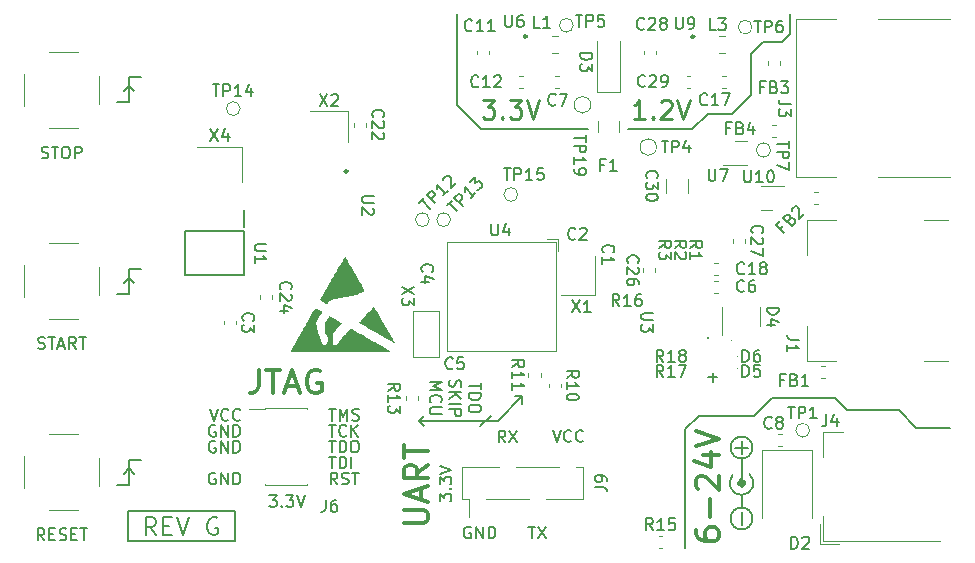
<source format=gbr>
G04 #@! TF.GenerationSoftware,KiCad,Pcbnew,(5.1.6)-1*
G04 #@! TF.CreationDate,2020-09-15T21:19:37+02:00*
G04 #@! TF.ProjectId,PrecisionTimer_RevG,50726563-6973-4696-9f6e-54696d65725f,rev?*
G04 #@! TF.SameCoordinates,Original*
G04 #@! TF.FileFunction,Legend,Top*
G04 #@! TF.FilePolarity,Positive*
%FSLAX46Y46*%
G04 Gerber Fmt 4.6, Leading zero omitted, Abs format (unit mm)*
G04 Created by KiCad (PCBNEW (5.1.6)-1) date 2020-09-15 21:19:37*
%MOMM*%
%LPD*%
G01*
G04 APERTURE LIST*
%ADD10C,0.150000*%
%ADD11C,0.200000*%
%ADD12C,0.250000*%
%ADD13C,0.300000*%
%ADD14C,0.120000*%
%ADD15C,0.100000*%
%ADD16C,0.010000*%
%ADD17C,0.254000*%
%ADD18C,0.500000*%
%ADD19R,0.650000X0.900000*%
%ADD20C,1.700000*%
%ADD21C,1.600000*%
%ADD22R,1.600000X1.700000*%
%ADD23O,3.100000X1.700000*%
%ADD24R,6.140000X3.500000*%
%ADD25C,1.500000*%
%ADD26R,3.100000X0.800000*%
%ADD27R,1.900000X4.500000*%
%ADD28O,1.900000X4.100000*%
%ADD29O,4.100000X1.900000*%
%ADD30C,0.800000*%
%ADD31R,1.900000X1.100000*%
%ADD32R,0.400000X0.400000*%
%ADD33R,1.000000X0.400000*%
%ADD34R,0.400000X1.000000*%
%ADD35R,1.900000X1.900000*%
%ADD36R,1.100000X1.250000*%
%ADD37C,2.500000*%
%ADD38C,2.100000*%
%ADD39C,0.450000*%
%ADD40C,0.900000*%
%ADD41C,1.100000*%
%ADD42R,1.300000X1.700000*%
%ADD43R,2.500000X0.840000*%
%ADD44R,2.400000X2.600000*%
%ADD45R,1.800000X1.400000*%
%ADD46R,1.400000X0.800000*%
%ADD47R,0.400000X0.900000*%
%ADD48R,1.300000X1.100000*%
%ADD49R,1.200000X1.000000*%
%ADD50R,1.100000X2.610000*%
%ADD51R,0.400000X0.950000*%
%ADD52R,0.950000X0.400000*%
%ADD53R,3.400000X3.400000*%
%ADD54R,0.550000X1.575000*%
G04 APERTURE END LIST*
D10*
X131114800Y-89738200D02*
X132029200Y-88823800D01*
X150444247Y-85567828D02*
X151206152Y-85567828D01*
X150825200Y-85948780D02*
X150825200Y-85186876D01*
X125958600Y-89281000D02*
X126415800Y-89738200D01*
X125958600Y-89281000D02*
X126415800Y-88823800D01*
X134696200Y-87198200D02*
X134061200Y-87198200D01*
X134696200Y-87198200D02*
X134696200Y-87833200D01*
X132613400Y-89281000D02*
X134696200Y-87198200D01*
X125958600Y-89281000D02*
X132613400Y-89281000D01*
X131178819Y-86041076D02*
X131178819Y-86612504D01*
X130178819Y-86326790D02*
X131178819Y-86326790D01*
X130178819Y-86945838D02*
X131178819Y-86945838D01*
X131178819Y-87183933D01*
X131131200Y-87326790D01*
X131035961Y-87422028D01*
X130940723Y-87469647D01*
X130750247Y-87517266D01*
X130607390Y-87517266D01*
X130416914Y-87469647D01*
X130321676Y-87422028D01*
X130226438Y-87326790D01*
X130178819Y-87183933D01*
X130178819Y-86945838D01*
X131178819Y-88136314D02*
X131178819Y-88326790D01*
X131131200Y-88422028D01*
X131035961Y-88517266D01*
X130845485Y-88564885D01*
X130512152Y-88564885D01*
X130321676Y-88517266D01*
X130226438Y-88422028D01*
X130178819Y-88326790D01*
X130178819Y-88136314D01*
X130226438Y-88041076D01*
X130321676Y-87945838D01*
X130512152Y-87898219D01*
X130845485Y-87898219D01*
X131035961Y-87945838D01*
X131131200Y-88041076D01*
X131178819Y-88136314D01*
X128576438Y-85826790D02*
X128528819Y-85969647D01*
X128528819Y-86207742D01*
X128576438Y-86302980D01*
X128624057Y-86350600D01*
X128719295Y-86398219D01*
X128814533Y-86398219D01*
X128909771Y-86350600D01*
X128957390Y-86302980D01*
X129005009Y-86207742D01*
X129052628Y-86017266D01*
X129100247Y-85922028D01*
X129147866Y-85874409D01*
X129243104Y-85826790D01*
X129338342Y-85826790D01*
X129433580Y-85874409D01*
X129481200Y-85922028D01*
X129528819Y-86017266D01*
X129528819Y-86255361D01*
X129481200Y-86398219D01*
X128528819Y-86826790D02*
X129528819Y-86826790D01*
X128528819Y-87398219D02*
X129100247Y-86969647D01*
X129528819Y-87398219D02*
X128957390Y-86826790D01*
X128528819Y-87826790D02*
X129528819Y-87826790D01*
X128528819Y-88302980D02*
X129528819Y-88302980D01*
X129528819Y-88683933D01*
X129481200Y-88779171D01*
X129433580Y-88826790D01*
X129338342Y-88874409D01*
X129195485Y-88874409D01*
X129100247Y-88826790D01*
X129052628Y-88779171D01*
X129005009Y-88683933D01*
X129005009Y-88302980D01*
X126878819Y-85993457D02*
X127878819Y-85993457D01*
X127164533Y-86326790D01*
X127878819Y-86660123D01*
X126878819Y-86660123D01*
X126974057Y-87707742D02*
X126926438Y-87660123D01*
X126878819Y-87517266D01*
X126878819Y-87422028D01*
X126926438Y-87279171D01*
X127021676Y-87183933D01*
X127116914Y-87136314D01*
X127307390Y-87088695D01*
X127450247Y-87088695D01*
X127640723Y-87136314D01*
X127735961Y-87183933D01*
X127831200Y-87279171D01*
X127878819Y-87422028D01*
X127878819Y-87517266D01*
X127831200Y-87660123D01*
X127783580Y-87707742D01*
X127878819Y-88136314D02*
X127069295Y-88136314D01*
X126974057Y-88183933D01*
X126926438Y-88231552D01*
X126878819Y-88326790D01*
X126878819Y-88517266D01*
X126926438Y-88612504D01*
X126974057Y-88660123D01*
X127069295Y-88707742D01*
X127878819Y-88707742D01*
D11*
X168046400Y-89839800D02*
X170942000Y-89839800D01*
X166573200Y-88366600D02*
X168046400Y-89839800D01*
X110388400Y-96926400D02*
X101346000Y-96926400D01*
X110388400Y-99466400D02*
X110388400Y-96926400D01*
X101346000Y-99466400D02*
X110388400Y-99466400D01*
X101346000Y-96926400D02*
X101346000Y-99466400D01*
X103663228Y-98951171D02*
X103163228Y-98236885D01*
X102806085Y-98951171D02*
X102806085Y-97451171D01*
X103377514Y-97451171D01*
X103520371Y-97522600D01*
X103591800Y-97594028D01*
X103663228Y-97736885D01*
X103663228Y-97951171D01*
X103591800Y-98094028D01*
X103520371Y-98165457D01*
X103377514Y-98236885D01*
X102806085Y-98236885D01*
X104306085Y-98165457D02*
X104806085Y-98165457D01*
X105020371Y-98951171D02*
X104306085Y-98951171D01*
X104306085Y-97451171D01*
X105020371Y-97451171D01*
X105448942Y-97451171D02*
X105948942Y-98951171D01*
X106448942Y-97451171D01*
X108877514Y-97522600D02*
X108734657Y-97451171D01*
X108520371Y-97451171D01*
X108306085Y-97522600D01*
X108163228Y-97665457D01*
X108091800Y-97808314D01*
X108020371Y-98094028D01*
X108020371Y-98308314D01*
X108091800Y-98594028D01*
X108163228Y-98736885D01*
X108306085Y-98879742D01*
X108520371Y-98951171D01*
X108663228Y-98951171D01*
X108877514Y-98879742D01*
X108948942Y-98808314D01*
X108948942Y-98308314D01*
X108663228Y-98308314D01*
D10*
X101396800Y-93294200D02*
X101854000Y-93751400D01*
X100355400Y-94665800D02*
X101396800Y-94665800D01*
X101396800Y-92583000D02*
X102438200Y-92583000D01*
X101396800Y-93294200D02*
X100939600Y-93751400D01*
X101396800Y-94665800D02*
X101396800Y-92583000D01*
X101396800Y-77165200D02*
X101854000Y-77622400D01*
X100355400Y-78536800D02*
X101396800Y-78536800D01*
X101396800Y-76454000D02*
X102438200Y-76454000D01*
X101396800Y-77165200D02*
X100939600Y-77622400D01*
X101396800Y-78536800D02*
X101396800Y-76454000D01*
X101396800Y-62280800D02*
X101396800Y-60198000D01*
X100355400Y-62280800D02*
X101396800Y-62280800D01*
X101396800Y-60909200D02*
X100939600Y-61366400D01*
X101396800Y-60198000D02*
X102438200Y-60198000D01*
X101396800Y-60909200D02*
X101854000Y-61366400D01*
D11*
X162204400Y-88366600D02*
X166573200Y-88366600D01*
X161137600Y-87299800D02*
X162204400Y-88366600D01*
X155829000Y-87299800D02*
X161137600Y-87299800D01*
X154305000Y-88823800D02*
X155829000Y-87299800D01*
X149682200Y-88823800D02*
X154305000Y-88823800D01*
X148513800Y-89992200D02*
X149682200Y-88823800D01*
X148513800Y-100025200D02*
X148513800Y-89992200D01*
X129184400Y-62534800D02*
X129184400Y-54838600D01*
X131216400Y-64566800D02*
X129184400Y-62534800D01*
X140284200Y-64566800D02*
X131216400Y-64566800D01*
X157378400Y-56515000D02*
X157378400Y-54838600D01*
X156718000Y-57175400D02*
X157378400Y-56515000D01*
X154025600Y-58216800D02*
X155067000Y-57175400D01*
X155067000Y-57175400D02*
X156718000Y-57175400D01*
X154025600Y-61671200D02*
X154025600Y-58216800D01*
X152425400Y-63271400D02*
X154025600Y-61671200D01*
X150393400Y-63271400D02*
X152425400Y-63271400D01*
X149098000Y-64566800D02*
X150393400Y-63271400D01*
X143687800Y-64566800D02*
X149098000Y-64566800D01*
D12*
X131343695Y-62115809D02*
X132334171Y-62115809D01*
X131800838Y-62725333D01*
X132029409Y-62725333D01*
X132181790Y-62801523D01*
X132257980Y-62877714D01*
X132334171Y-63030095D01*
X132334171Y-63411047D01*
X132257980Y-63563428D01*
X132181790Y-63639619D01*
X132029409Y-63715809D01*
X131572266Y-63715809D01*
X131419885Y-63639619D01*
X131343695Y-63563428D01*
X133019885Y-63563428D02*
X133096076Y-63639619D01*
X133019885Y-63715809D01*
X132943695Y-63639619D01*
X133019885Y-63563428D01*
X133019885Y-63715809D01*
X133629409Y-62115809D02*
X134619885Y-62115809D01*
X134086552Y-62725333D01*
X134315123Y-62725333D01*
X134467504Y-62801523D01*
X134543695Y-62877714D01*
X134619885Y-63030095D01*
X134619885Y-63411047D01*
X134543695Y-63563428D01*
X134467504Y-63639619D01*
X134315123Y-63715809D01*
X133857980Y-63715809D01*
X133705600Y-63639619D01*
X133629409Y-63563428D01*
X135077028Y-62115809D02*
X135610361Y-63715809D01*
X136143695Y-62115809D01*
X145059571Y-63715809D02*
X144145285Y-63715809D01*
X144602428Y-63715809D02*
X144602428Y-62115809D01*
X144450047Y-62344380D01*
X144297666Y-62496761D01*
X144145285Y-62572952D01*
X145745285Y-63563428D02*
X145821476Y-63639619D01*
X145745285Y-63715809D01*
X145669095Y-63639619D01*
X145745285Y-63563428D01*
X145745285Y-63715809D01*
X146431000Y-62268190D02*
X146507190Y-62192000D01*
X146659571Y-62115809D01*
X147040523Y-62115809D01*
X147192904Y-62192000D01*
X147269095Y-62268190D01*
X147345285Y-62420571D01*
X147345285Y-62572952D01*
X147269095Y-62801523D01*
X146354809Y-63715809D01*
X147345285Y-63715809D01*
X147802428Y-62115809D02*
X148335761Y-63715809D01*
X148869095Y-62115809D01*
D10*
X153262000Y-98069333D02*
X153262000Y-97002666D01*
X152730266Y-91540000D02*
X153796933Y-91540000D01*
X153263600Y-92073333D02*
X153263600Y-91006666D01*
X127696980Y-96065790D02*
X127696980Y-95446742D01*
X128077933Y-95780076D01*
X128077933Y-95637219D01*
X128125552Y-95541980D01*
X128173171Y-95494361D01*
X128268409Y-95446742D01*
X128506504Y-95446742D01*
X128601742Y-95494361D01*
X128649361Y-95541980D01*
X128696980Y-95637219D01*
X128696980Y-95922933D01*
X128649361Y-96018171D01*
X128601742Y-96065790D01*
X128601742Y-95018171D02*
X128649361Y-94970552D01*
X128696980Y-95018171D01*
X128649361Y-95065790D01*
X128601742Y-95018171D01*
X128696980Y-95018171D01*
X127696980Y-94637219D02*
X127696980Y-94018171D01*
X128077933Y-94351504D01*
X128077933Y-94208647D01*
X128125552Y-94113409D01*
X128173171Y-94065790D01*
X128268409Y-94018171D01*
X128506504Y-94018171D01*
X128601742Y-94065790D01*
X128649361Y-94113409D01*
X128696980Y-94208647D01*
X128696980Y-94494361D01*
X128649361Y-94589600D01*
X128601742Y-94637219D01*
X127696980Y-93732457D02*
X128696980Y-93399123D01*
X127696980Y-93065790D01*
X137274466Y-90054180D02*
X137607800Y-91054180D01*
X137941133Y-90054180D01*
X138845895Y-90958942D02*
X138798276Y-91006561D01*
X138655419Y-91054180D01*
X138560180Y-91054180D01*
X138417323Y-91006561D01*
X138322085Y-90911323D01*
X138274466Y-90816085D01*
X138226847Y-90625609D01*
X138226847Y-90482752D01*
X138274466Y-90292276D01*
X138322085Y-90197038D01*
X138417323Y-90101800D01*
X138560180Y-90054180D01*
X138655419Y-90054180D01*
X138798276Y-90101800D01*
X138845895Y-90149419D01*
X139845895Y-90958942D02*
X139798276Y-91006561D01*
X139655419Y-91054180D01*
X139560180Y-91054180D01*
X139417323Y-91006561D01*
X139322085Y-90911323D01*
X139274466Y-90816085D01*
X139226847Y-90625609D01*
X139226847Y-90482752D01*
X139274466Y-90292276D01*
X139322085Y-90197038D01*
X139417323Y-90101800D01*
X139560180Y-90054180D01*
X139655419Y-90054180D01*
X139798276Y-90101800D01*
X139845895Y-90149419D01*
X130327495Y-98280600D02*
X130232257Y-98232980D01*
X130089400Y-98232980D01*
X129946542Y-98280600D01*
X129851304Y-98375838D01*
X129803685Y-98471076D01*
X129756066Y-98661552D01*
X129756066Y-98804409D01*
X129803685Y-98994885D01*
X129851304Y-99090123D01*
X129946542Y-99185361D01*
X130089400Y-99232980D01*
X130184638Y-99232980D01*
X130327495Y-99185361D01*
X130375114Y-99137742D01*
X130375114Y-98804409D01*
X130184638Y-98804409D01*
X130803685Y-99232980D02*
X130803685Y-98232980D01*
X131375114Y-99232980D01*
X131375114Y-98232980D01*
X131851304Y-99232980D02*
X131851304Y-98232980D01*
X132089400Y-98232980D01*
X132232257Y-98280600D01*
X132327495Y-98375838D01*
X132375114Y-98471076D01*
X132422733Y-98661552D01*
X132422733Y-98804409D01*
X132375114Y-98994885D01*
X132327495Y-99090123D01*
X132232257Y-99185361D01*
X132089400Y-99232980D01*
X131851304Y-99232980D01*
X133259533Y-91104980D02*
X132926200Y-90628790D01*
X132688104Y-91104980D02*
X132688104Y-90104980D01*
X133069057Y-90104980D01*
X133164295Y-90152600D01*
X133211914Y-90200219D01*
X133259533Y-90295457D01*
X133259533Y-90438314D01*
X133211914Y-90533552D01*
X133164295Y-90581171D01*
X133069057Y-90628790D01*
X132688104Y-90628790D01*
X133592866Y-90104980D02*
X134259533Y-91104980D01*
X134259533Y-90104980D02*
X133592866Y-91104980D01*
X135204295Y-98232980D02*
X135775723Y-98232980D01*
X135490009Y-99232980D02*
X135490009Y-98232980D01*
X136013819Y-98232980D02*
X136680485Y-99232980D01*
X136680485Y-98232980D02*
X136013819Y-99232980D01*
D13*
X124710961Y-97957876D02*
X126330009Y-97957876D01*
X126520485Y-97862638D01*
X126615723Y-97767400D01*
X126710961Y-97576923D01*
X126710961Y-97195971D01*
X126615723Y-97005495D01*
X126520485Y-96910257D01*
X126330009Y-96815019D01*
X124710961Y-96815019D01*
X126139533Y-95957876D02*
X126139533Y-95005495D01*
X126710961Y-96148352D02*
X124710961Y-95481685D01*
X126710961Y-94815019D01*
X126710961Y-93005495D02*
X125758580Y-93672161D01*
X126710961Y-94148352D02*
X124710961Y-94148352D01*
X124710961Y-93386447D01*
X124806200Y-93195971D01*
X124901438Y-93100733D01*
X125091914Y-93005495D01*
X125377628Y-93005495D01*
X125568104Y-93100733D01*
X125663342Y-93195971D01*
X125758580Y-93386447D01*
X125758580Y-94148352D01*
X124710961Y-92434066D02*
X124710961Y-91291209D01*
X126710961Y-91862638D02*
X124710961Y-91862638D01*
X149374361Y-98488047D02*
X149374361Y-98869000D01*
X149469600Y-99059476D01*
X149564838Y-99154714D01*
X149850552Y-99345190D01*
X150231504Y-99440428D01*
X150993409Y-99440428D01*
X151183885Y-99345190D01*
X151279123Y-99249952D01*
X151374361Y-99059476D01*
X151374361Y-98678523D01*
X151279123Y-98488047D01*
X151183885Y-98392809D01*
X150993409Y-98297571D01*
X150517219Y-98297571D01*
X150326742Y-98392809D01*
X150231504Y-98488047D01*
X150136266Y-98678523D01*
X150136266Y-99059476D01*
X150231504Y-99249952D01*
X150326742Y-99345190D01*
X150517219Y-99440428D01*
X150612457Y-97440428D02*
X150612457Y-95916619D01*
X149564838Y-95059476D02*
X149469600Y-94964238D01*
X149374361Y-94773761D01*
X149374361Y-94297571D01*
X149469600Y-94107095D01*
X149564838Y-94011857D01*
X149755314Y-93916619D01*
X149945790Y-93916619D01*
X150231504Y-94011857D01*
X151374361Y-95154714D01*
X151374361Y-93916619D01*
X150041028Y-92202333D02*
X151374361Y-92202333D01*
X149279123Y-92678523D02*
X150707695Y-93154714D01*
X150707695Y-91916619D01*
X149374361Y-91440428D02*
X151374361Y-90773761D01*
X149374361Y-90107095D01*
D10*
X94242119Y-99385380D02*
X93908785Y-98909190D01*
X93670690Y-99385380D02*
X93670690Y-98385380D01*
X94051642Y-98385380D01*
X94146880Y-98433000D01*
X94194500Y-98480619D01*
X94242119Y-98575857D01*
X94242119Y-98718714D01*
X94194500Y-98813952D01*
X94146880Y-98861571D01*
X94051642Y-98909190D01*
X93670690Y-98909190D01*
X94670690Y-98861571D02*
X95004023Y-98861571D01*
X95146880Y-99385380D02*
X94670690Y-99385380D01*
X94670690Y-98385380D01*
X95146880Y-98385380D01*
X95527833Y-99337761D02*
X95670690Y-99385380D01*
X95908785Y-99385380D01*
X96004023Y-99337761D01*
X96051642Y-99290142D01*
X96099261Y-99194904D01*
X96099261Y-99099666D01*
X96051642Y-99004428D01*
X96004023Y-98956809D01*
X95908785Y-98909190D01*
X95718309Y-98861571D01*
X95623071Y-98813952D01*
X95575452Y-98766333D01*
X95527833Y-98671095D01*
X95527833Y-98575857D01*
X95575452Y-98480619D01*
X95623071Y-98433000D01*
X95718309Y-98385380D01*
X95956404Y-98385380D01*
X96099261Y-98433000D01*
X96527833Y-98861571D02*
X96861166Y-98861571D01*
X97004023Y-99385380D02*
X96527833Y-99385380D01*
X96527833Y-98385380D01*
X97004023Y-98385380D01*
X97289738Y-98385380D02*
X97861166Y-98385380D01*
X97575452Y-99385380D02*
X97575452Y-98385380D01*
X93718309Y-83132561D02*
X93861166Y-83180180D01*
X94099261Y-83180180D01*
X94194500Y-83132561D01*
X94242119Y-83084942D01*
X94289738Y-82989704D01*
X94289738Y-82894466D01*
X94242119Y-82799228D01*
X94194500Y-82751609D01*
X94099261Y-82703990D01*
X93908785Y-82656371D01*
X93813547Y-82608752D01*
X93765928Y-82561133D01*
X93718309Y-82465895D01*
X93718309Y-82370657D01*
X93765928Y-82275419D01*
X93813547Y-82227800D01*
X93908785Y-82180180D01*
X94146880Y-82180180D01*
X94289738Y-82227800D01*
X94575452Y-82180180D02*
X95146880Y-82180180D01*
X94861166Y-83180180D02*
X94861166Y-82180180D01*
X95432595Y-82894466D02*
X95908785Y-82894466D01*
X95337357Y-83180180D02*
X95670690Y-82180180D01*
X96004023Y-83180180D01*
X96908785Y-83180180D02*
X96575452Y-82703990D01*
X96337357Y-83180180D02*
X96337357Y-82180180D01*
X96718309Y-82180180D01*
X96813547Y-82227800D01*
X96861166Y-82275419D01*
X96908785Y-82370657D01*
X96908785Y-82513514D01*
X96861166Y-82608752D01*
X96813547Y-82656371D01*
X96718309Y-82703990D01*
X96337357Y-82703990D01*
X97194500Y-82180180D02*
X97765928Y-82180180D01*
X97480214Y-83180180D02*
X97480214Y-82180180D01*
X94004023Y-67003561D02*
X94146880Y-67051180D01*
X94384976Y-67051180D01*
X94480214Y-67003561D01*
X94527833Y-66955942D01*
X94575452Y-66860704D01*
X94575452Y-66765466D01*
X94527833Y-66670228D01*
X94480214Y-66622609D01*
X94384976Y-66574990D01*
X94194500Y-66527371D01*
X94099261Y-66479752D01*
X94051642Y-66432133D01*
X94004023Y-66336895D01*
X94004023Y-66241657D01*
X94051642Y-66146419D01*
X94099261Y-66098800D01*
X94194500Y-66051180D01*
X94432595Y-66051180D01*
X94575452Y-66098800D01*
X94861166Y-66051180D02*
X95432595Y-66051180D01*
X95146880Y-67051180D02*
X95146880Y-66051180D01*
X95956404Y-66051180D02*
X96146880Y-66051180D01*
X96242119Y-66098800D01*
X96337357Y-66194038D01*
X96384976Y-66384514D01*
X96384976Y-66717847D01*
X96337357Y-66908323D01*
X96242119Y-67003561D01*
X96146880Y-67051180D01*
X95956404Y-67051180D01*
X95861166Y-67003561D01*
X95765928Y-66908323D01*
X95718309Y-66717847D01*
X95718309Y-66384514D01*
X95765928Y-66194038D01*
X95861166Y-66098800D01*
X95956404Y-66051180D01*
X96813547Y-67051180D02*
X96813547Y-66051180D01*
X97194500Y-66051180D01*
X97289738Y-66098800D01*
X97337357Y-66146419D01*
X97384976Y-66241657D01*
X97384976Y-66384514D01*
X97337357Y-66479752D01*
X97289738Y-66527371D01*
X97194500Y-66574990D01*
X96813547Y-66574990D01*
X113281009Y-95565980D02*
X113900057Y-95565980D01*
X113566723Y-95946933D01*
X113709580Y-95946933D01*
X113804819Y-95994552D01*
X113852438Y-96042171D01*
X113900057Y-96137409D01*
X113900057Y-96375504D01*
X113852438Y-96470742D01*
X113804819Y-96518361D01*
X113709580Y-96565980D01*
X113423866Y-96565980D01*
X113328628Y-96518361D01*
X113281009Y-96470742D01*
X114328628Y-96470742D02*
X114376247Y-96518361D01*
X114328628Y-96565980D01*
X114281009Y-96518361D01*
X114328628Y-96470742D01*
X114328628Y-96565980D01*
X114709580Y-95565980D02*
X115328628Y-95565980D01*
X114995295Y-95946933D01*
X115138152Y-95946933D01*
X115233390Y-95994552D01*
X115281009Y-96042171D01*
X115328628Y-96137409D01*
X115328628Y-96375504D01*
X115281009Y-96470742D01*
X115233390Y-96518361D01*
X115138152Y-96565980D01*
X114852438Y-96565980D01*
X114757200Y-96518361D01*
X114709580Y-96470742D01*
X115614342Y-95565980D02*
X115947676Y-96565980D01*
X116281009Y-95565980D01*
X108235904Y-88263480D02*
X108569238Y-89263480D01*
X108902571Y-88263480D01*
X109807333Y-89168242D02*
X109759714Y-89215861D01*
X109616857Y-89263480D01*
X109521618Y-89263480D01*
X109378761Y-89215861D01*
X109283523Y-89120623D01*
X109235904Y-89025385D01*
X109188285Y-88834909D01*
X109188285Y-88692052D01*
X109235904Y-88501576D01*
X109283523Y-88406338D01*
X109378761Y-88311100D01*
X109521618Y-88263480D01*
X109616857Y-88263480D01*
X109759714Y-88311100D01*
X109807333Y-88358719D01*
X110807333Y-89168242D02*
X110759714Y-89215861D01*
X110616857Y-89263480D01*
X110521618Y-89263480D01*
X110378761Y-89215861D01*
X110283523Y-89120623D01*
X110235904Y-89025385D01*
X110188285Y-88834909D01*
X110188285Y-88692052D01*
X110235904Y-88501576D01*
X110283523Y-88406338D01*
X110378761Y-88311100D01*
X110521618Y-88263480D01*
X110616857Y-88263480D01*
X110759714Y-88311100D01*
X110807333Y-88358719D01*
X108712095Y-89660475D02*
X108616857Y-89612855D01*
X108474000Y-89612855D01*
X108331142Y-89660475D01*
X108235904Y-89755713D01*
X108188285Y-89850951D01*
X108140666Y-90041427D01*
X108140666Y-90184284D01*
X108188285Y-90374760D01*
X108235904Y-90469998D01*
X108331142Y-90565236D01*
X108474000Y-90612855D01*
X108569238Y-90612855D01*
X108712095Y-90565236D01*
X108759714Y-90517617D01*
X108759714Y-90184284D01*
X108569238Y-90184284D01*
X109188285Y-90612855D02*
X109188285Y-89612855D01*
X109759714Y-90612855D01*
X109759714Y-89612855D01*
X110235904Y-90612855D02*
X110235904Y-89612855D01*
X110474000Y-89612855D01*
X110616857Y-89660475D01*
X110712095Y-89755713D01*
X110759714Y-89850951D01*
X110807333Y-90041427D01*
X110807333Y-90184284D01*
X110759714Y-90374760D01*
X110712095Y-90469998D01*
X110616857Y-90565236D01*
X110474000Y-90612855D01*
X110235904Y-90612855D01*
X108712095Y-91009850D02*
X108616857Y-90962230D01*
X108474000Y-90962230D01*
X108331142Y-91009850D01*
X108235904Y-91105088D01*
X108188285Y-91200326D01*
X108140666Y-91390802D01*
X108140666Y-91533659D01*
X108188285Y-91724135D01*
X108235904Y-91819373D01*
X108331142Y-91914611D01*
X108474000Y-91962230D01*
X108569238Y-91962230D01*
X108712095Y-91914611D01*
X108759714Y-91866992D01*
X108759714Y-91533659D01*
X108569238Y-91533659D01*
X109188285Y-91962230D02*
X109188285Y-90962230D01*
X109759714Y-91962230D01*
X109759714Y-90962230D01*
X110235904Y-91962230D02*
X110235904Y-90962230D01*
X110474000Y-90962230D01*
X110616857Y-91009850D01*
X110712095Y-91105088D01*
X110759714Y-91200326D01*
X110807333Y-91390802D01*
X110807333Y-91533659D01*
X110759714Y-91724135D01*
X110712095Y-91819373D01*
X110616857Y-91914611D01*
X110474000Y-91962230D01*
X110235904Y-91962230D01*
X108712095Y-93708600D02*
X108616857Y-93660980D01*
X108474000Y-93660980D01*
X108331142Y-93708600D01*
X108235904Y-93803838D01*
X108188285Y-93899076D01*
X108140666Y-94089552D01*
X108140666Y-94232409D01*
X108188285Y-94422885D01*
X108235904Y-94518123D01*
X108331142Y-94613361D01*
X108474000Y-94660980D01*
X108569238Y-94660980D01*
X108712095Y-94613361D01*
X108759714Y-94565742D01*
X108759714Y-94232409D01*
X108569238Y-94232409D01*
X109188285Y-94660980D02*
X109188285Y-93660980D01*
X109759714Y-94660980D01*
X109759714Y-93660980D01*
X110235904Y-94660980D02*
X110235904Y-93660980D01*
X110474000Y-93660980D01*
X110616857Y-93708600D01*
X110712095Y-93803838D01*
X110759714Y-93899076D01*
X110807333Y-94089552D01*
X110807333Y-94232409D01*
X110759714Y-94422885D01*
X110712095Y-94518123D01*
X110616857Y-94613361D01*
X110474000Y-94660980D01*
X110235904Y-94660980D01*
X119038761Y-94648280D02*
X118705428Y-94172090D01*
X118467333Y-94648280D02*
X118467333Y-93648280D01*
X118848285Y-93648280D01*
X118943523Y-93695900D01*
X118991142Y-93743519D01*
X119038761Y-93838757D01*
X119038761Y-93981614D01*
X118991142Y-94076852D01*
X118943523Y-94124471D01*
X118848285Y-94172090D01*
X118467333Y-94172090D01*
X119419714Y-94600661D02*
X119562571Y-94648280D01*
X119800666Y-94648280D01*
X119895904Y-94600661D01*
X119943523Y-94553042D01*
X119991142Y-94457804D01*
X119991142Y-94362566D01*
X119943523Y-94267328D01*
X119895904Y-94219709D01*
X119800666Y-94172090D01*
X119610190Y-94124471D01*
X119514952Y-94076852D01*
X119467333Y-94029233D01*
X119419714Y-93933995D01*
X119419714Y-93838757D01*
X119467333Y-93743519D01*
X119514952Y-93695900D01*
X119610190Y-93648280D01*
X119848285Y-93648280D01*
X119991142Y-93695900D01*
X120276857Y-93648280D02*
X120848285Y-93648280D01*
X120562571Y-94648280D02*
X120562571Y-93648280D01*
X118324475Y-88250780D02*
X118895904Y-88250780D01*
X118610189Y-89250780D02*
X118610189Y-88250780D01*
X119229237Y-89250780D02*
X119229237Y-88250780D01*
X119562570Y-88965066D01*
X119895904Y-88250780D01*
X119895904Y-89250780D01*
X120324475Y-89203161D02*
X120467332Y-89250780D01*
X120705428Y-89250780D01*
X120800666Y-89203161D01*
X120848285Y-89155542D01*
X120895904Y-89060304D01*
X120895904Y-88965066D01*
X120848285Y-88869828D01*
X120800666Y-88822209D01*
X120705428Y-88774590D01*
X120514951Y-88726971D01*
X120419713Y-88679352D01*
X120372094Y-88631733D01*
X120324475Y-88536495D01*
X120324475Y-88441257D01*
X120372094Y-88346019D01*
X120419713Y-88298400D01*
X120514951Y-88250780D01*
X120753047Y-88250780D01*
X120895904Y-88298400D01*
X118324475Y-89600155D02*
X118895904Y-89600155D01*
X118610190Y-90600155D02*
X118610190Y-89600155D01*
X119800666Y-90504917D02*
X119753047Y-90552536D01*
X119610190Y-90600155D01*
X119514951Y-90600155D01*
X119372094Y-90552536D01*
X119276856Y-90457298D01*
X119229237Y-90362060D01*
X119181618Y-90171584D01*
X119181618Y-90028727D01*
X119229237Y-89838251D01*
X119276856Y-89743013D01*
X119372094Y-89647775D01*
X119514951Y-89600155D01*
X119610190Y-89600155D01*
X119753047Y-89647775D01*
X119800666Y-89695394D01*
X120229237Y-90600155D02*
X120229237Y-89600155D01*
X120800666Y-90600155D02*
X120372094Y-90028727D01*
X120800666Y-89600155D02*
X120229237Y-90171584D01*
X118324475Y-92298905D02*
X118895904Y-92298905D01*
X118610189Y-93298905D02*
X118610189Y-92298905D01*
X119229237Y-93298905D02*
X119229237Y-92298905D01*
X119467332Y-92298905D01*
X119610189Y-92346525D01*
X119705427Y-92441763D01*
X119753046Y-92537001D01*
X119800665Y-92727477D01*
X119800665Y-92870334D01*
X119753046Y-93060810D01*
X119705427Y-93156048D01*
X119610189Y-93251286D01*
X119467332Y-93298905D01*
X119229237Y-93298905D01*
X120229237Y-93298905D02*
X120229237Y-92298905D01*
X118324476Y-90949530D02*
X118895904Y-90949530D01*
X118610190Y-91949530D02*
X118610190Y-90949530D01*
X119229238Y-91949530D02*
X119229238Y-90949530D01*
X119467333Y-90949530D01*
X119610190Y-90997150D01*
X119705428Y-91092388D01*
X119753047Y-91187626D01*
X119800666Y-91378102D01*
X119800666Y-91520959D01*
X119753047Y-91711435D01*
X119705428Y-91806673D01*
X119610190Y-91901911D01*
X119467333Y-91949530D01*
X119229238Y-91949530D01*
X120419714Y-90949530D02*
X120610190Y-90949530D01*
X120705428Y-90997150D01*
X120800666Y-91092388D01*
X120848285Y-91282864D01*
X120848285Y-91616197D01*
X120800666Y-91806673D01*
X120705428Y-91901911D01*
X120610190Y-91949530D01*
X120419714Y-91949530D01*
X120324476Y-91901911D01*
X120229238Y-91806673D01*
X120181619Y-91616197D01*
X120181619Y-91282864D01*
X120229238Y-91092388D01*
X120324476Y-90997150D01*
X120419714Y-90949530D01*
D13*
X112373066Y-84934561D02*
X112373066Y-86363133D01*
X112277828Y-86648847D01*
X112087352Y-86839323D01*
X111801638Y-86934561D01*
X111611161Y-86934561D01*
X113039733Y-84934561D02*
X114182590Y-84934561D01*
X113611161Y-86934561D02*
X113611161Y-84934561D01*
X114754019Y-86363133D02*
X115706400Y-86363133D01*
X114563542Y-86934561D02*
X115230209Y-84934561D01*
X115896876Y-86934561D01*
X117611161Y-85029800D02*
X117420685Y-84934561D01*
X117134971Y-84934561D01*
X116849257Y-85029800D01*
X116658780Y-85220276D01*
X116563542Y-85410752D01*
X116468304Y-85791704D01*
X116468304Y-86077419D01*
X116563542Y-86458371D01*
X116658780Y-86648847D01*
X116849257Y-86839323D01*
X117134971Y-86934561D01*
X117325447Y-86934561D01*
X117611161Y-86839323D01*
X117706400Y-86744085D01*
X117706400Y-86077419D01*
X117325447Y-86077419D01*
D14*
X151612600Y-82016600D02*
X151612600Y-79654400D01*
X154863800Y-81229200D02*
X154863800Y-79654400D01*
X152380596Y-82473800D02*
G75*
G03*
X152380596Y-82473800I-56796J0D01*
G01*
X170891200Y-68630800D02*
X164795200Y-68630800D01*
X157911800Y-68630800D02*
X157911800Y-55219600D01*
X157911800Y-68630800D02*
X161274800Y-68630800D01*
X157911800Y-55219600D02*
X161274800Y-55219600D01*
X164795200Y-55219600D02*
X170891200Y-55219600D01*
D15*
X170764200Y-72253000D02*
X168706800Y-72253000D01*
X168706800Y-84241800D02*
X170764200Y-84241800D01*
X158789800Y-84247400D02*
X161289800Y-84247400D01*
X158789800Y-81247400D02*
X158789800Y-84247400D01*
X158789800Y-72247400D02*
X161289800Y-72247400D01*
X158789800Y-75247400D02*
X158789800Y-72247400D01*
D14*
X160197800Y-99441000D02*
X160197800Y-97307400D01*
X159888400Y-99718200D02*
X161488400Y-99718200D01*
X159888400Y-98018200D02*
X159888400Y-99718200D01*
X160188400Y-90220800D02*
X161823400Y-90220800D01*
X160188400Y-92318200D02*
X160188400Y-90220800D01*
X170053000Y-99441000D02*
X160197800Y-99441000D01*
X159029400Y-90068400D02*
G75*
G03*
X159029400Y-90068400I-584200J0D01*
G01*
X125425200Y-83870800D02*
X127635000Y-83870800D01*
X127635000Y-83870800D02*
X127635000Y-79959200D01*
X127635000Y-79959200D02*
X125425200Y-79959200D01*
X125425200Y-79959200D02*
X125425200Y-83870800D01*
D15*
X152930400Y-83820000D02*
G75*
G03*
X152930400Y-83820000I-50000J0D01*
G01*
X152930400Y-84836000D02*
G75*
G03*
X152930400Y-84836000I-50000J0D01*
G01*
X150363000Y-82224400D02*
X150363000Y-82224400D01*
X150463000Y-82224400D02*
X150463000Y-82224400D01*
X150463000Y-82224400D02*
G75*
G02*
X150363000Y-82224400I-50000J0D01*
G01*
X150363000Y-82224400D02*
G75*
G02*
X150463000Y-82224400I50000J0D01*
G01*
D14*
X144955800Y-76367421D02*
X144955800Y-76692979D01*
X145975800Y-76367421D02*
X145975800Y-76692979D01*
X136980200Y-86120921D02*
X136980200Y-86446479D01*
X138000200Y-86120921D02*
X138000200Y-86446479D01*
X151292779Y-77391800D02*
X150967221Y-77391800D01*
X151292779Y-78411800D02*
X150967221Y-78411800D01*
D16*
G36*
X117196949Y-79767036D02*
G01*
X117240744Y-79783972D01*
X117307493Y-79817601D01*
X117403337Y-79870334D01*
X117410799Y-79874525D01*
X117499071Y-79925001D01*
X117573563Y-79969223D01*
X117626960Y-80002731D01*
X117651946Y-80021064D01*
X117652645Y-80021962D01*
X117646609Y-80047414D01*
X117618923Y-80104255D01*
X117571388Y-80189389D01*
X117505811Y-80299717D01*
X117423997Y-80432144D01*
X117327748Y-80583571D01*
X117303794Y-80620707D01*
X117241383Y-80723757D01*
X117195937Y-80812432D01*
X117171446Y-80878714D01*
X117168933Y-80891807D01*
X117170048Y-80949443D01*
X117182543Y-81040865D01*
X117204860Y-81160208D01*
X117235440Y-81301609D01*
X117272728Y-81459203D01*
X117315165Y-81627126D01*
X117361194Y-81799514D01*
X117409257Y-81970501D01*
X117457797Y-82134224D01*
X117505257Y-82284818D01*
X117550078Y-82416420D01*
X117590703Y-82523163D01*
X117619023Y-82586494D01*
X117652383Y-82653957D01*
X117683882Y-82718511D01*
X117685587Y-82722045D01*
X117737698Y-82787250D01*
X117813754Y-82831156D01*
X117902292Y-82852197D01*
X117991848Y-82848807D01*
X118070958Y-82819423D01*
X118115464Y-82780736D01*
X118179556Y-82674636D01*
X118226522Y-82542405D01*
X118252290Y-82397527D01*
X118255941Y-82315394D01*
X118241239Y-82162105D01*
X118198090Y-82035166D01*
X118124172Y-81928418D01*
X118101121Y-81904657D01*
X118032525Y-81838009D01*
X118027814Y-81366916D01*
X118023103Y-80895822D01*
X118143146Y-80714106D01*
X118199477Y-80631856D01*
X118253728Y-80557865D01*
X118298159Y-80502448D01*
X118317256Y-80482056D01*
X118371324Y-80431723D01*
X118444550Y-80471158D01*
X118490833Y-80499415D01*
X118516157Y-80521354D01*
X118517776Y-80525299D01*
X118535084Y-80542023D01*
X118564697Y-80554476D01*
X118593314Y-80565700D01*
X118637134Y-80587024D01*
X118699918Y-80620529D01*
X118785428Y-80668296D01*
X118897426Y-80732407D01*
X119039673Y-80814944D01*
X119116973Y-80860065D01*
X119207902Y-80914111D01*
X119267539Y-80952604D01*
X119301161Y-80980044D01*
X119314044Y-81000934D01*
X119311465Y-81019775D01*
X119309315Y-81024152D01*
X119288397Y-81051714D01*
X119243640Y-81103416D01*
X119180257Y-81173475D01*
X119103462Y-81256107D01*
X119037044Y-81326156D01*
X118883990Y-81492414D01*
X118764256Y-81636519D01*
X118676773Y-81759921D01*
X118620474Y-81864068D01*
X118601484Y-81916954D01*
X118593640Y-81963250D01*
X118585538Y-82042221D01*
X118577891Y-82144846D01*
X118571412Y-82262103D01*
X118568363Y-82336248D01*
X118564108Y-82464427D01*
X118562236Y-82558138D01*
X118563299Y-82624583D01*
X118567846Y-82670961D01*
X118576427Y-82704474D01*
X118589594Y-82732321D01*
X118599935Y-82749324D01*
X118659656Y-82814862D01*
X118736611Y-82860532D01*
X118817580Y-82880450D01*
X118878258Y-82873244D01*
X118933199Y-82842066D01*
X119002067Y-82786230D01*
X119075205Y-82715474D01*
X119142952Y-82639537D01*
X119195650Y-82568159D01*
X119215053Y-82533668D01*
X119244119Y-82486441D01*
X119296983Y-82414506D01*
X119368816Y-82323485D01*
X119454788Y-82219000D01*
X119550068Y-82106675D01*
X119649827Y-81992130D01*
X119749234Y-81880990D01*
X119843459Y-81778875D01*
X119927673Y-81691408D01*
X119993791Y-81627198D01*
X120067199Y-81563057D01*
X120128953Y-81515763D01*
X120172266Y-81490235D01*
X120186645Y-81487429D01*
X120208679Y-81498752D01*
X120263638Y-81529144D01*
X120348352Y-81576780D01*
X120459648Y-81639835D01*
X120594356Y-81716485D01*
X120749303Y-81804905D01*
X120921319Y-81903270D01*
X121107232Y-82009756D01*
X121303870Y-82122537D01*
X121508063Y-82239789D01*
X121716639Y-82359687D01*
X121926425Y-82480407D01*
X122134252Y-82600123D01*
X122336947Y-82717011D01*
X122531340Y-82829246D01*
X122714258Y-82935004D01*
X122882530Y-83032460D01*
X123032985Y-83119788D01*
X123162451Y-83195165D01*
X123267757Y-83256765D01*
X123345732Y-83302764D01*
X123393204Y-83331337D01*
X123436380Y-83357720D01*
X115078786Y-83358087D01*
X115376468Y-82841954D01*
X115439486Y-82732665D01*
X115520606Y-82591940D01*
X115617116Y-82424486D01*
X115726303Y-82235012D01*
X115845455Y-82028223D01*
X115971860Y-81808828D01*
X116102805Y-81581533D01*
X116235579Y-81351046D01*
X116367469Y-81122073D01*
X116400824Y-81064163D01*
X116522447Y-80853232D01*
X116638428Y-80652535D01*
X116747025Y-80465059D01*
X116846494Y-80293792D01*
X116935092Y-80141723D01*
X117011078Y-80011838D01*
X117072707Y-79907125D01*
X117118237Y-79830573D01*
X117145925Y-79785169D01*
X117153672Y-79773609D01*
X117169972Y-79764385D01*
X117196949Y-79767036D01*
G37*
X117196949Y-79767036D02*
X117240744Y-79783972D01*
X117307493Y-79817601D01*
X117403337Y-79870334D01*
X117410799Y-79874525D01*
X117499071Y-79925001D01*
X117573563Y-79969223D01*
X117626960Y-80002731D01*
X117651946Y-80021064D01*
X117652645Y-80021962D01*
X117646609Y-80047414D01*
X117618923Y-80104255D01*
X117571388Y-80189389D01*
X117505811Y-80299717D01*
X117423997Y-80432144D01*
X117327748Y-80583571D01*
X117303794Y-80620707D01*
X117241383Y-80723757D01*
X117195937Y-80812432D01*
X117171446Y-80878714D01*
X117168933Y-80891807D01*
X117170048Y-80949443D01*
X117182543Y-81040865D01*
X117204860Y-81160208D01*
X117235440Y-81301609D01*
X117272728Y-81459203D01*
X117315165Y-81627126D01*
X117361194Y-81799514D01*
X117409257Y-81970501D01*
X117457797Y-82134224D01*
X117505257Y-82284818D01*
X117550078Y-82416420D01*
X117590703Y-82523163D01*
X117619023Y-82586494D01*
X117652383Y-82653957D01*
X117683882Y-82718511D01*
X117685587Y-82722045D01*
X117737698Y-82787250D01*
X117813754Y-82831156D01*
X117902292Y-82852197D01*
X117991848Y-82848807D01*
X118070958Y-82819423D01*
X118115464Y-82780736D01*
X118179556Y-82674636D01*
X118226522Y-82542405D01*
X118252290Y-82397527D01*
X118255941Y-82315394D01*
X118241239Y-82162105D01*
X118198090Y-82035166D01*
X118124172Y-81928418D01*
X118101121Y-81904657D01*
X118032525Y-81838009D01*
X118027814Y-81366916D01*
X118023103Y-80895822D01*
X118143146Y-80714106D01*
X118199477Y-80631856D01*
X118253728Y-80557865D01*
X118298159Y-80502448D01*
X118317256Y-80482056D01*
X118371324Y-80431723D01*
X118444550Y-80471158D01*
X118490833Y-80499415D01*
X118516157Y-80521354D01*
X118517776Y-80525299D01*
X118535084Y-80542023D01*
X118564697Y-80554476D01*
X118593314Y-80565700D01*
X118637134Y-80587024D01*
X118699918Y-80620529D01*
X118785428Y-80668296D01*
X118897426Y-80732407D01*
X119039673Y-80814944D01*
X119116973Y-80860065D01*
X119207902Y-80914111D01*
X119267539Y-80952604D01*
X119301161Y-80980044D01*
X119314044Y-81000934D01*
X119311465Y-81019775D01*
X119309315Y-81024152D01*
X119288397Y-81051714D01*
X119243640Y-81103416D01*
X119180257Y-81173475D01*
X119103462Y-81256107D01*
X119037044Y-81326156D01*
X118883990Y-81492414D01*
X118764256Y-81636519D01*
X118676773Y-81759921D01*
X118620474Y-81864068D01*
X118601484Y-81916954D01*
X118593640Y-81963250D01*
X118585538Y-82042221D01*
X118577891Y-82144846D01*
X118571412Y-82262103D01*
X118568363Y-82336248D01*
X118564108Y-82464427D01*
X118562236Y-82558138D01*
X118563299Y-82624583D01*
X118567846Y-82670961D01*
X118576427Y-82704474D01*
X118589594Y-82732321D01*
X118599935Y-82749324D01*
X118659656Y-82814862D01*
X118736611Y-82860532D01*
X118817580Y-82880450D01*
X118878258Y-82873244D01*
X118933199Y-82842066D01*
X119002067Y-82786230D01*
X119075205Y-82715474D01*
X119142952Y-82639537D01*
X119195650Y-82568159D01*
X119215053Y-82533668D01*
X119244119Y-82486441D01*
X119296983Y-82414506D01*
X119368816Y-82323485D01*
X119454788Y-82219000D01*
X119550068Y-82106675D01*
X119649827Y-81992130D01*
X119749234Y-81880990D01*
X119843459Y-81778875D01*
X119927673Y-81691408D01*
X119993791Y-81627198D01*
X120067199Y-81563057D01*
X120128953Y-81515763D01*
X120172266Y-81490235D01*
X120186645Y-81487429D01*
X120208679Y-81498752D01*
X120263638Y-81529144D01*
X120348352Y-81576780D01*
X120459648Y-81639835D01*
X120594356Y-81716485D01*
X120749303Y-81804905D01*
X120921319Y-81903270D01*
X121107232Y-82009756D01*
X121303870Y-82122537D01*
X121508063Y-82239789D01*
X121716639Y-82359687D01*
X121926425Y-82480407D01*
X122134252Y-82600123D01*
X122336947Y-82717011D01*
X122531340Y-82829246D01*
X122714258Y-82935004D01*
X122882530Y-83032460D01*
X123032985Y-83119788D01*
X123162451Y-83195165D01*
X123267757Y-83256765D01*
X123345732Y-83302764D01*
X123393204Y-83331337D01*
X123436380Y-83357720D01*
X115078786Y-83358087D01*
X115376468Y-82841954D01*
X115439486Y-82732665D01*
X115520606Y-82591940D01*
X115617116Y-82424486D01*
X115726303Y-82235012D01*
X115845455Y-82028223D01*
X115971860Y-81808828D01*
X116102805Y-81581533D01*
X116235579Y-81351046D01*
X116367469Y-81122073D01*
X116400824Y-81064163D01*
X116522447Y-80853232D01*
X116638428Y-80652535D01*
X116747025Y-80465059D01*
X116846494Y-80293792D01*
X116935092Y-80141723D01*
X117011078Y-80011838D01*
X117072707Y-79907125D01*
X117118237Y-79830573D01*
X117145925Y-79785169D01*
X117153672Y-79773609D01*
X117169972Y-79764385D01*
X117196949Y-79767036D01*
G36*
X122132346Y-79690908D02*
G01*
X122147669Y-79716590D01*
X122182111Y-79775469D01*
X122233969Y-79864602D01*
X122301540Y-79981049D01*
X122383121Y-80121867D01*
X122477009Y-80284114D01*
X122581499Y-80464849D01*
X122694890Y-80661130D01*
X122815478Y-80870016D01*
X122939513Y-81085017D01*
X123066187Y-81304649D01*
X123187808Y-81515495D01*
X123302612Y-81714499D01*
X123408838Y-81898607D01*
X123504723Y-82064765D01*
X123588502Y-82209917D01*
X123658414Y-82331009D01*
X123712696Y-82424988D01*
X123749585Y-82488797D01*
X123766931Y-82518719D01*
X123795207Y-82569271D01*
X123810582Y-82600914D01*
X123811424Y-82606420D01*
X123792688Y-82596082D01*
X123740586Y-82566407D01*
X123657840Y-82518968D01*
X123547175Y-82455333D01*
X123411314Y-82377074D01*
X123252981Y-82285759D01*
X123074898Y-82182960D01*
X122879790Y-82070247D01*
X122670380Y-81949189D01*
X122449391Y-81821357D01*
X122365313Y-81772702D01*
X122140370Y-81642567D01*
X121925724Y-81518497D01*
X121724132Y-81402077D01*
X121538348Y-81294893D01*
X121371128Y-81198531D01*
X121225227Y-81114578D01*
X121103401Y-81044620D01*
X121008404Y-80990243D01*
X120942992Y-80953034D01*
X120909920Y-80934578D01*
X120906462Y-80932830D01*
X120916539Y-80917005D01*
X120951607Y-80874692D01*
X121008085Y-80809790D01*
X121082393Y-80726196D01*
X121170952Y-80627809D01*
X121270180Y-80518525D01*
X121376498Y-80402244D01*
X121486325Y-80282862D01*
X121596082Y-80164277D01*
X121702188Y-80050388D01*
X121801062Y-79945092D01*
X121889126Y-79852287D01*
X121962799Y-79775870D01*
X122018500Y-79719740D01*
X122037603Y-79701335D01*
X122100908Y-79641872D01*
X122132346Y-79690908D01*
G37*
X122132346Y-79690908D02*
X122147669Y-79716590D01*
X122182111Y-79775469D01*
X122233969Y-79864602D01*
X122301540Y-79981049D01*
X122383121Y-80121867D01*
X122477009Y-80284114D01*
X122581499Y-80464849D01*
X122694890Y-80661130D01*
X122815478Y-80870016D01*
X122939513Y-81085017D01*
X123066187Y-81304649D01*
X123187808Y-81515495D01*
X123302612Y-81714499D01*
X123408838Y-81898607D01*
X123504723Y-82064765D01*
X123588502Y-82209917D01*
X123658414Y-82331009D01*
X123712696Y-82424988D01*
X123749585Y-82488797D01*
X123766931Y-82518719D01*
X123795207Y-82569271D01*
X123810582Y-82600914D01*
X123811424Y-82606420D01*
X123792688Y-82596082D01*
X123740586Y-82566407D01*
X123657840Y-82518968D01*
X123547175Y-82455333D01*
X123411314Y-82377074D01*
X123252981Y-82285759D01*
X123074898Y-82182960D01*
X122879790Y-82070247D01*
X122670380Y-81949189D01*
X122449391Y-81821357D01*
X122365313Y-81772702D01*
X122140370Y-81642567D01*
X121925724Y-81518497D01*
X121724132Y-81402077D01*
X121538348Y-81294893D01*
X121371128Y-81198531D01*
X121225227Y-81114578D01*
X121103401Y-81044620D01*
X121008404Y-80990243D01*
X120942992Y-80953034D01*
X120909920Y-80934578D01*
X120906462Y-80932830D01*
X120916539Y-80917005D01*
X120951607Y-80874692D01*
X121008085Y-80809790D01*
X121082393Y-80726196D01*
X121170952Y-80627809D01*
X121270180Y-80518525D01*
X121376498Y-80402244D01*
X121486325Y-80282862D01*
X121596082Y-80164277D01*
X121702188Y-80050388D01*
X121801062Y-79945092D01*
X121889126Y-79852287D01*
X121962799Y-79775870D01*
X122018500Y-79719740D01*
X122037603Y-79701335D01*
X122100908Y-79641872D01*
X122132346Y-79690908D01*
G36*
X119677078Y-75451166D02*
G01*
X119708076Y-75501538D01*
X119755834Y-75581341D01*
X119818394Y-75687180D01*
X119893797Y-75815659D01*
X119980085Y-75963384D01*
X120075301Y-76126958D01*
X120177485Y-76302987D01*
X120284681Y-76488075D01*
X120394929Y-76678827D01*
X120506271Y-76871847D01*
X120616750Y-77063741D01*
X120724407Y-77251111D01*
X120827284Y-77430565D01*
X120923423Y-77598705D01*
X121010865Y-77752137D01*
X121087653Y-77887465D01*
X121151828Y-78001294D01*
X121201433Y-78090229D01*
X121234509Y-78150874D01*
X121249097Y-78179833D01*
X121249631Y-78181644D01*
X121231521Y-78206217D01*
X121181180Y-78243807D01*
X121104595Y-78290722D01*
X121007752Y-78343274D01*
X120906367Y-78393213D01*
X120768415Y-78453769D01*
X120623342Y-78508179D01*
X120466150Y-78557651D01*
X120291843Y-78603395D01*
X120095422Y-78646620D01*
X119871889Y-78688534D01*
X119616248Y-78730347D01*
X119351806Y-78769284D01*
X119122052Y-78803828D01*
X118929117Y-78838026D01*
X118768164Y-78873577D01*
X118634355Y-78912182D01*
X118522850Y-78955539D01*
X118428814Y-79005348D01*
X118347406Y-79063309D01*
X118273790Y-79131120D01*
X118250051Y-79156312D01*
X118198597Y-79214958D01*
X118160534Y-79262815D01*
X118142877Y-79290958D01*
X118142406Y-79293265D01*
X118136228Y-79307416D01*
X118114790Y-79307575D01*
X118073733Y-79291861D01*
X118008701Y-79258391D01*
X117915337Y-79205281D01*
X117850452Y-79167088D01*
X117753701Y-79107385D01*
X117678512Y-79056263D01*
X117629939Y-79017399D01*
X117613035Y-78994472D01*
X117613045Y-78994305D01*
X117623528Y-78972456D01*
X117653131Y-78917739D01*
X117700138Y-78833136D01*
X117762829Y-78721629D01*
X117839486Y-78586201D01*
X117928391Y-78429833D01*
X118027826Y-78255507D01*
X118136072Y-78066206D01*
X118251411Y-77864911D01*
X118372124Y-77654605D01*
X118496494Y-77438271D01*
X118622801Y-77218889D01*
X118749327Y-76999442D01*
X118874355Y-76782912D01*
X118996165Y-76572281D01*
X119113039Y-76370532D01*
X119223260Y-76180647D01*
X119325108Y-76005606D01*
X119416865Y-75848394D01*
X119496813Y-75711991D01*
X119563234Y-75599380D01*
X119614409Y-75513543D01*
X119648620Y-75457462D01*
X119664148Y-75434119D01*
X119664798Y-75433621D01*
X119677078Y-75451166D01*
G37*
X119677078Y-75451166D02*
X119708076Y-75501538D01*
X119755834Y-75581341D01*
X119818394Y-75687180D01*
X119893797Y-75815659D01*
X119980085Y-75963384D01*
X120075301Y-76126958D01*
X120177485Y-76302987D01*
X120284681Y-76488075D01*
X120394929Y-76678827D01*
X120506271Y-76871847D01*
X120616750Y-77063741D01*
X120724407Y-77251111D01*
X120827284Y-77430565D01*
X120923423Y-77598705D01*
X121010865Y-77752137D01*
X121087653Y-77887465D01*
X121151828Y-78001294D01*
X121201433Y-78090229D01*
X121234509Y-78150874D01*
X121249097Y-78179833D01*
X121249631Y-78181644D01*
X121231521Y-78206217D01*
X121181180Y-78243807D01*
X121104595Y-78290722D01*
X121007752Y-78343274D01*
X120906367Y-78393213D01*
X120768415Y-78453769D01*
X120623342Y-78508179D01*
X120466150Y-78557651D01*
X120291843Y-78603395D01*
X120095422Y-78646620D01*
X119871889Y-78688534D01*
X119616248Y-78730347D01*
X119351806Y-78769284D01*
X119122052Y-78803828D01*
X118929117Y-78838026D01*
X118768164Y-78873577D01*
X118634355Y-78912182D01*
X118522850Y-78955539D01*
X118428814Y-79005348D01*
X118347406Y-79063309D01*
X118273790Y-79131120D01*
X118250051Y-79156312D01*
X118198597Y-79214958D01*
X118160534Y-79262815D01*
X118142877Y-79290958D01*
X118142406Y-79293265D01*
X118136228Y-79307416D01*
X118114790Y-79307575D01*
X118073733Y-79291861D01*
X118008701Y-79258391D01*
X117915337Y-79205281D01*
X117850452Y-79167088D01*
X117753701Y-79107385D01*
X117678512Y-79056263D01*
X117629939Y-79017399D01*
X117613035Y-78994472D01*
X117613045Y-78994305D01*
X117623528Y-78972456D01*
X117653131Y-78917739D01*
X117700138Y-78833136D01*
X117762829Y-78721629D01*
X117839486Y-78586201D01*
X117928391Y-78429833D01*
X118027826Y-78255507D01*
X118136072Y-78066206D01*
X118251411Y-77864911D01*
X118372124Y-77654605D01*
X118496494Y-77438271D01*
X118622801Y-77218889D01*
X118749327Y-76999442D01*
X118874355Y-76782912D01*
X118996165Y-76572281D01*
X119113039Y-76370532D01*
X119223260Y-76180647D01*
X119325108Y-76005606D01*
X119416865Y-75848394D01*
X119496813Y-75711991D01*
X119563234Y-75599380D01*
X119614409Y-75513543D01*
X119648620Y-75457462D01*
X119664148Y-75434119D01*
X119664798Y-75433621D01*
X119677078Y-75451166D01*
D14*
X124839000Y-87513379D02*
X124839000Y-87187821D01*
X125859000Y-87513379D02*
X125859000Y-87187821D01*
X138020600Y-78586600D02*
X140820600Y-78586600D01*
X140820600Y-78586600D02*
X140820600Y-75286600D01*
X94615000Y-64490600D02*
X97078800Y-64490600D01*
X94615000Y-58013600D02*
X97078800Y-58013600D01*
X98856800Y-62433200D02*
X98856800Y-60045600D01*
X92506800Y-62611000D02*
X92506800Y-59867800D01*
X94615000Y-80670400D02*
X97078800Y-80670400D01*
X94615000Y-74193400D02*
X97078800Y-74193400D01*
X98856800Y-78613000D02*
X98856800Y-76225400D01*
X92506800Y-78790800D02*
X92506800Y-76047600D01*
X94615000Y-96850200D02*
X97078800Y-96850200D01*
X94615000Y-90373200D02*
X97078800Y-90373200D01*
X98856800Y-94792800D02*
X98856800Y-92405200D01*
X92506800Y-94970600D02*
X92506800Y-92227400D01*
X146568379Y-100078000D02*
X146242821Y-100078000D01*
X146568379Y-99058000D02*
X146242821Y-99058000D01*
X136763600Y-73894600D02*
X137763600Y-73894600D01*
X137763600Y-73894600D02*
X137763600Y-74894600D01*
X137563600Y-83334600D02*
X137563600Y-74094600D01*
X137563600Y-74094600D02*
X128323600Y-74094600D01*
X128323600Y-74094600D02*
X128323600Y-83334600D01*
X128323600Y-83334600D02*
X137563600Y-83334600D01*
X155727400Y-66344800D02*
G75*
G03*
X155727400Y-66344800I-609600J0D01*
G01*
X146064200Y-66090800D02*
G75*
G03*
X146064200Y-66090800I-700000J0D01*
G01*
X140501600Y-62509400D02*
G75*
G03*
X140501600Y-62509400I-700000J0D01*
G01*
X134315200Y-70104000D02*
G75*
G03*
X134315200Y-70104000I-584200J0D01*
G01*
X110807500Y-62839600D02*
G75*
G03*
X110807500Y-62839600I-584200J0D01*
G01*
X128625600Y-72237600D02*
G75*
G03*
X128625600Y-72237600I-584200J0D01*
G01*
X126822200Y-72237600D02*
G75*
G03*
X126822200Y-72237600I-584200J0D01*
G01*
X154152600Y-55930800D02*
G75*
G03*
X154152600Y-55930800I-584200J0D01*
G01*
X139014200Y-55778400D02*
G75*
G03*
X139014200Y-55778400I-584200J0D01*
G01*
X146892600Y-68768336D02*
X146892600Y-69972464D01*
X148712600Y-68768336D02*
X148712600Y-69972464D01*
X156879800Y-69424200D02*
X154879800Y-69424200D01*
X155879800Y-71444200D02*
X154879800Y-71444200D01*
X135227600Y-85532179D02*
X135227600Y-85206621D01*
X136247600Y-85532179D02*
X136247600Y-85206621D01*
X112928700Y-88205000D02*
X116458700Y-88205000D01*
X112928700Y-94675000D02*
X116458700Y-94675000D01*
X111603700Y-88270000D02*
X112928700Y-88270000D01*
X112928700Y-88205000D02*
X112928700Y-88270000D01*
X116458700Y-88205000D02*
X116458700Y-88270000D01*
X112928700Y-94610000D02*
X112928700Y-94675000D01*
X116458700Y-94610000D02*
X116458700Y-94675000D01*
X159261700Y-91776200D02*
X154961700Y-91776200D01*
X154961700Y-91776200D02*
X154961700Y-97476200D01*
X159261700Y-91776200D02*
X159261700Y-97476200D01*
X156377321Y-90396600D02*
X156702879Y-90396600D01*
X156377321Y-91416600D02*
X156702879Y-91416600D01*
X110466600Y-80787021D02*
X110466600Y-81112579D01*
X109446600Y-80787021D02*
X109446600Y-81112579D01*
X142986000Y-61442500D02*
X142986000Y-57142500D01*
X140986000Y-61442500D02*
X142986000Y-61442500D01*
X140986000Y-57142500D02*
X140986000Y-61442500D01*
D17*
X149264100Y-56740600D02*
G75*
G03*
X149264100Y-56740600I-125000J0D01*
G01*
D14*
X152704800Y-65563400D02*
X153704800Y-65563400D01*
X151704800Y-67583400D02*
X153704800Y-67583400D01*
X151881578Y-58139400D02*
X151364422Y-58139400D01*
X151881578Y-56719400D02*
X151364422Y-56719400D01*
X148617821Y-60069000D02*
X148943379Y-60069000D01*
X148617821Y-61089000D02*
X148943379Y-61089000D01*
X151292779Y-76913200D02*
X150967221Y-76913200D01*
X151292779Y-75893200D02*
X150967221Y-75893200D01*
X141076000Y-64854055D02*
X141076000Y-63873145D01*
X142896000Y-64854055D02*
X142896000Y-63873145D01*
D18*
X153437400Y-94538800D02*
G75*
G03*
X153437400Y-94538800I-175000J0D01*
G01*
D10*
X154187400Y-91538800D02*
G75*
G03*
X154187400Y-91538800I-925000J0D01*
G01*
X154187400Y-97538800D02*
G75*
G03*
X154187400Y-97538800I-925000J0D01*
G01*
X153262400Y-96538800D02*
X153262400Y-95638800D01*
X153262400Y-94538800D02*
X153262400Y-92538800D01*
X152512400Y-93863800D02*
G75*
G03*
X153937400Y-93788800I750000J-675000D01*
G01*
D14*
X110985300Y-66090800D02*
X107200700Y-66090800D01*
X110985300Y-69062600D02*
X110985300Y-66090800D01*
X119963100Y-65623200D02*
X119963100Y-63023200D01*
X119963100Y-63023200D02*
X116763100Y-63023200D01*
X145019300Y-57927021D02*
X145019300Y-58252579D01*
X146039300Y-57927021D02*
X146039300Y-58252579D01*
X136751600Y-95868800D02*
X139861600Y-95868800D01*
X131671600Y-95868800D02*
X135231600Y-95868800D01*
X134211600Y-93208800D02*
X137771600Y-93208800D01*
X139291600Y-93208800D02*
X139861600Y-93208800D01*
X129581600Y-95868800D02*
X130151600Y-95868800D01*
X130151600Y-95868800D02*
X130151600Y-97388800D01*
X129581600Y-93208800D02*
X132691600Y-93208800D01*
X139861600Y-95868800D02*
X139861600Y-93208800D01*
X129581600Y-95868800D02*
X129581600Y-93208800D01*
X156144179Y-64234600D02*
X155818621Y-64234600D01*
X156144179Y-65254600D02*
X155818621Y-65254600D01*
X155496800Y-58841421D02*
X155496800Y-59166979D01*
X156516800Y-58841421D02*
X156516800Y-59166979D01*
X159700079Y-69924200D02*
X159374521Y-69924200D01*
X159700079Y-70944200D02*
X159374521Y-70944200D01*
X160360479Y-84656200D02*
X160034921Y-84656200D01*
X160360479Y-85676200D02*
X160034921Y-85676200D01*
D17*
X119909500Y-68143400D02*
G75*
G03*
X119909500Y-68143400I-125000J0D01*
G01*
D11*
X111148500Y-73232400D02*
X111148500Y-76932400D01*
X111148500Y-76932400D02*
X106148500Y-76932400D01*
X106148500Y-76932400D02*
X106148500Y-73232400D01*
X106148500Y-73232400D02*
X111148500Y-73232400D01*
X111173500Y-71407400D02*
X111173500Y-72882400D01*
D14*
X137708378Y-56719400D02*
X137191222Y-56719400D01*
X137708378Y-58139400D02*
X137191222Y-58139400D01*
D17*
X135090900Y-56715200D02*
G75*
G03*
X135090900Y-56715200I-125000J0D01*
G01*
D14*
X134444621Y-61089000D02*
X134770179Y-61089000D01*
X134444621Y-60069000D02*
X134770179Y-60069000D01*
X153570400Y-74178479D02*
X153570400Y-73852921D01*
X152550400Y-74178479D02*
X152550400Y-73852921D01*
X130846100Y-57927021D02*
X130846100Y-58252579D01*
X131866100Y-57927021D02*
X131866100Y-58252579D01*
X113540000Y-78953579D02*
X113540000Y-78628021D01*
X112520000Y-78953579D02*
X112520000Y-78628021D01*
X120419400Y-64035621D02*
X120419400Y-64361179D01*
X121439400Y-64035621D02*
X121439400Y-64361179D01*
X151953179Y-60069000D02*
X151627621Y-60069000D01*
X151953179Y-61089000D02*
X151627621Y-61089000D01*
X137792579Y-60069000D02*
X137467021Y-60069000D01*
X137792579Y-61089000D02*
X137467021Y-61089000D01*
D10*
X155427419Y-79703704D02*
X156427419Y-79703704D01*
X156427419Y-79941800D01*
X156379800Y-80084657D01*
X156284561Y-80179895D01*
X156189323Y-80227514D01*
X155998847Y-80275133D01*
X155855990Y-80275133D01*
X155665514Y-80227514D01*
X155570276Y-80179895D01*
X155475038Y-80084657D01*
X155427419Y-79941800D01*
X155427419Y-79703704D01*
X156094085Y-81132276D02*
X155427419Y-81132276D01*
X156475038Y-80894180D02*
X155760752Y-80656085D01*
X155760752Y-81275133D01*
X157418019Y-62480866D02*
X156703733Y-62480866D01*
X156560876Y-62433247D01*
X156465638Y-62338009D01*
X156418019Y-62195152D01*
X156418019Y-62099914D01*
X157418019Y-62861819D02*
X157418019Y-63480866D01*
X157037066Y-63147533D01*
X157037066Y-63290390D01*
X156989447Y-63385628D01*
X156941828Y-63433247D01*
X156846590Y-63480866D01*
X156608495Y-63480866D01*
X156513257Y-63433247D01*
X156465638Y-63385628D01*
X156418019Y-63290390D01*
X156418019Y-63004676D01*
X156465638Y-62909438D01*
X156513257Y-62861819D01*
X158143619Y-82394466D02*
X157429333Y-82394466D01*
X157286476Y-82346847D01*
X157191238Y-82251609D01*
X157143619Y-82108752D01*
X157143619Y-82013514D01*
X157143619Y-83394466D02*
X157143619Y-82823038D01*
X157143619Y-83108752D02*
X158143619Y-83108752D01*
X158000761Y-83013514D01*
X157905523Y-82918276D01*
X157857904Y-82823038D01*
X160448666Y-88733380D02*
X160448666Y-89447666D01*
X160401047Y-89590523D01*
X160305809Y-89685761D01*
X160162952Y-89733380D01*
X160067714Y-89733380D01*
X161353428Y-89066714D02*
X161353428Y-89733380D01*
X161115333Y-88685761D02*
X160877238Y-89400047D01*
X161496285Y-89400047D01*
X157183295Y-88072780D02*
X157754723Y-88072780D01*
X157469009Y-89072780D02*
X157469009Y-88072780D01*
X158088057Y-89072780D02*
X158088057Y-88072780D01*
X158469009Y-88072780D01*
X158564247Y-88120400D01*
X158611866Y-88168019D01*
X158659485Y-88263257D01*
X158659485Y-88406114D01*
X158611866Y-88501352D01*
X158564247Y-88548971D01*
X158469009Y-88596590D01*
X158088057Y-88596590D01*
X159611866Y-89072780D02*
X159040438Y-89072780D01*
X159326152Y-89072780D02*
X159326152Y-88072780D01*
X159230914Y-88215638D01*
X159135676Y-88310876D01*
X159040438Y-88358495D01*
X125515619Y-77905076D02*
X124515619Y-78571742D01*
X125515619Y-78571742D02*
X124515619Y-77905076D01*
X125515619Y-78857457D02*
X125515619Y-79476504D01*
X125134666Y-79143171D01*
X125134666Y-79286028D01*
X125087047Y-79381266D01*
X125039428Y-79428885D01*
X124944190Y-79476504D01*
X124706095Y-79476504D01*
X124610857Y-79428885D01*
X124563238Y-79381266D01*
X124515619Y-79286028D01*
X124515619Y-79000314D01*
X124563238Y-78905076D01*
X124610857Y-78857457D01*
X146651742Y-84272380D02*
X146318409Y-83796190D01*
X146080314Y-84272380D02*
X146080314Y-83272380D01*
X146461266Y-83272380D01*
X146556504Y-83320000D01*
X146604123Y-83367619D01*
X146651742Y-83462857D01*
X146651742Y-83605714D01*
X146604123Y-83700952D01*
X146556504Y-83748571D01*
X146461266Y-83796190D01*
X146080314Y-83796190D01*
X147604123Y-84272380D02*
X147032695Y-84272380D01*
X147318409Y-84272380D02*
X147318409Y-83272380D01*
X147223171Y-83415238D01*
X147127933Y-83510476D01*
X147032695Y-83558095D01*
X148175552Y-83700952D02*
X148080314Y-83653333D01*
X148032695Y-83605714D01*
X147985076Y-83510476D01*
X147985076Y-83462857D01*
X148032695Y-83367619D01*
X148080314Y-83320000D01*
X148175552Y-83272380D01*
X148366028Y-83272380D01*
X148461266Y-83320000D01*
X148508885Y-83367619D01*
X148556504Y-83462857D01*
X148556504Y-83510476D01*
X148508885Y-83605714D01*
X148461266Y-83653333D01*
X148366028Y-83700952D01*
X148175552Y-83700952D01*
X148080314Y-83748571D01*
X148032695Y-83796190D01*
X147985076Y-83891428D01*
X147985076Y-84081904D01*
X148032695Y-84177142D01*
X148080314Y-84224761D01*
X148175552Y-84272380D01*
X148366028Y-84272380D01*
X148461266Y-84224761D01*
X148508885Y-84177142D01*
X148556504Y-84081904D01*
X148556504Y-83891428D01*
X148508885Y-83796190D01*
X148461266Y-83748571D01*
X148366028Y-83700952D01*
X146651742Y-85542380D02*
X146318409Y-85066190D01*
X146080314Y-85542380D02*
X146080314Y-84542380D01*
X146461266Y-84542380D01*
X146556504Y-84590000D01*
X146604123Y-84637619D01*
X146651742Y-84732857D01*
X146651742Y-84875714D01*
X146604123Y-84970952D01*
X146556504Y-85018571D01*
X146461266Y-85066190D01*
X146080314Y-85066190D01*
X147604123Y-85542380D02*
X147032695Y-85542380D01*
X147318409Y-85542380D02*
X147318409Y-84542380D01*
X147223171Y-84685238D01*
X147127933Y-84780476D01*
X147032695Y-84828095D01*
X147937457Y-84542380D02*
X148604123Y-84542380D01*
X148175552Y-85542380D01*
X142917942Y-79547980D02*
X142584609Y-79071790D01*
X142346514Y-79547980D02*
X142346514Y-78547980D01*
X142727466Y-78547980D01*
X142822704Y-78595600D01*
X142870323Y-78643219D01*
X142917942Y-78738457D01*
X142917942Y-78881314D01*
X142870323Y-78976552D01*
X142822704Y-79024171D01*
X142727466Y-79071790D01*
X142346514Y-79071790D01*
X143870323Y-79547980D02*
X143298895Y-79547980D01*
X143584609Y-79547980D02*
X143584609Y-78547980D01*
X143489371Y-78690838D01*
X143394133Y-78786076D01*
X143298895Y-78833695D01*
X144727466Y-78547980D02*
X144536990Y-78547980D01*
X144441752Y-78595600D01*
X144394133Y-78643219D01*
X144298895Y-78786076D01*
X144251276Y-78976552D01*
X144251276Y-79357504D01*
X144298895Y-79452742D01*
X144346514Y-79500361D01*
X144441752Y-79547980D01*
X144632228Y-79547980D01*
X144727466Y-79500361D01*
X144775085Y-79452742D01*
X144822704Y-79357504D01*
X144822704Y-79119409D01*
X144775085Y-79024171D01*
X144727466Y-78976552D01*
X144632228Y-78928933D01*
X144441752Y-78928933D01*
X144346514Y-78976552D01*
X144298895Y-79024171D01*
X144251276Y-79119409D01*
X153338304Y-84272380D02*
X153338304Y-83272380D01*
X153576400Y-83272380D01*
X153719257Y-83320000D01*
X153814495Y-83415238D01*
X153862114Y-83510476D01*
X153909733Y-83700952D01*
X153909733Y-83843809D01*
X153862114Y-84034285D01*
X153814495Y-84129523D01*
X153719257Y-84224761D01*
X153576400Y-84272380D01*
X153338304Y-84272380D01*
X154766876Y-83272380D02*
X154576400Y-83272380D01*
X154481161Y-83320000D01*
X154433542Y-83367619D01*
X154338304Y-83510476D01*
X154290685Y-83700952D01*
X154290685Y-84081904D01*
X154338304Y-84177142D01*
X154385923Y-84224761D01*
X154481161Y-84272380D01*
X154671638Y-84272380D01*
X154766876Y-84224761D01*
X154814495Y-84177142D01*
X154862114Y-84081904D01*
X154862114Y-83843809D01*
X154814495Y-83748571D01*
X154766876Y-83700952D01*
X154671638Y-83653333D01*
X154481161Y-83653333D01*
X154385923Y-83700952D01*
X154338304Y-83748571D01*
X154290685Y-83843809D01*
X153338304Y-85542380D02*
X153338304Y-84542380D01*
X153576400Y-84542380D01*
X153719257Y-84590000D01*
X153814495Y-84685238D01*
X153862114Y-84780476D01*
X153909733Y-84970952D01*
X153909733Y-85113809D01*
X153862114Y-85304285D01*
X153814495Y-85399523D01*
X153719257Y-85494761D01*
X153576400Y-85542380D01*
X153338304Y-85542380D01*
X154814495Y-84542380D02*
X154338304Y-84542380D01*
X154290685Y-85018571D01*
X154338304Y-84970952D01*
X154433542Y-84923333D01*
X154671638Y-84923333D01*
X154766876Y-84970952D01*
X154814495Y-85018571D01*
X154862114Y-85113809D01*
X154862114Y-85351904D01*
X154814495Y-85447142D01*
X154766876Y-85494761D01*
X154671638Y-85542380D01*
X154433542Y-85542380D01*
X154338304Y-85494761D01*
X154290685Y-85447142D01*
X145784819Y-80162495D02*
X144975295Y-80162495D01*
X144880057Y-80210114D01*
X144832438Y-80257733D01*
X144784819Y-80352971D01*
X144784819Y-80543447D01*
X144832438Y-80638685D01*
X144880057Y-80686304D01*
X144975295Y-80733923D01*
X145784819Y-80733923D01*
X145784819Y-81114876D02*
X145784819Y-81733923D01*
X145403866Y-81400590D01*
X145403866Y-81543447D01*
X145356247Y-81638685D01*
X145308628Y-81686304D01*
X145213390Y-81733923D01*
X144975295Y-81733923D01*
X144880057Y-81686304D01*
X144832438Y-81638685D01*
X144784819Y-81543447D01*
X144784819Y-81257733D01*
X144832438Y-81162495D01*
X144880057Y-81114876D01*
X143660857Y-75887342D02*
X143613238Y-75839723D01*
X143565619Y-75696866D01*
X143565619Y-75601628D01*
X143613238Y-75458771D01*
X143708476Y-75363533D01*
X143803714Y-75315914D01*
X143994190Y-75268295D01*
X144137047Y-75268295D01*
X144327523Y-75315914D01*
X144422761Y-75363533D01*
X144518000Y-75458771D01*
X144565619Y-75601628D01*
X144565619Y-75696866D01*
X144518000Y-75839723D01*
X144470380Y-75887342D01*
X144470380Y-76268295D02*
X144518000Y-76315914D01*
X144565619Y-76411152D01*
X144565619Y-76649247D01*
X144518000Y-76744485D01*
X144470380Y-76792104D01*
X144375142Y-76839723D01*
X144279904Y-76839723D01*
X144137047Y-76792104D01*
X143565619Y-76220676D01*
X143565619Y-76839723D01*
X144565619Y-77696866D02*
X144565619Y-77506390D01*
X144518000Y-77411152D01*
X144470380Y-77363533D01*
X144327523Y-77268295D01*
X144137047Y-77220676D01*
X143756095Y-77220676D01*
X143660857Y-77268295D01*
X143613238Y-77315914D01*
X143565619Y-77411152D01*
X143565619Y-77601628D01*
X143613238Y-77696866D01*
X143660857Y-77744485D01*
X143756095Y-77792104D01*
X143994190Y-77792104D01*
X144089428Y-77744485D01*
X144137047Y-77696866D01*
X144184666Y-77601628D01*
X144184666Y-77411152D01*
X144137047Y-77315914D01*
X144089428Y-77268295D01*
X143994190Y-77220676D01*
X138467819Y-85640842D02*
X138944009Y-85307509D01*
X138467819Y-85069414D02*
X139467819Y-85069414D01*
X139467819Y-85450366D01*
X139420200Y-85545604D01*
X139372580Y-85593223D01*
X139277342Y-85640842D01*
X139134485Y-85640842D01*
X139039247Y-85593223D01*
X138991628Y-85545604D01*
X138944009Y-85450366D01*
X138944009Y-85069414D01*
X138467819Y-86593223D02*
X138467819Y-86021795D01*
X138467819Y-86307509D02*
X139467819Y-86307509D01*
X139324961Y-86212271D01*
X139229723Y-86117033D01*
X139182104Y-86021795D01*
X139467819Y-87212271D02*
X139467819Y-87307509D01*
X139420200Y-87402747D01*
X139372580Y-87450366D01*
X139277342Y-87497985D01*
X139086866Y-87545604D01*
X138848771Y-87545604D01*
X138658295Y-87497985D01*
X138563057Y-87450366D01*
X138515438Y-87402747D01*
X138467819Y-87307509D01*
X138467819Y-87212271D01*
X138515438Y-87117033D01*
X138563057Y-87069414D01*
X138658295Y-87021795D01*
X138848771Y-86974176D01*
X139086866Y-86974176D01*
X139277342Y-87021795D01*
X139372580Y-87069414D01*
X139420200Y-87117033D01*
X139467819Y-87212271D01*
X153477933Y-78258942D02*
X153430314Y-78306561D01*
X153287457Y-78354180D01*
X153192219Y-78354180D01*
X153049361Y-78306561D01*
X152954123Y-78211323D01*
X152906504Y-78116085D01*
X152858885Y-77925609D01*
X152858885Y-77782752D01*
X152906504Y-77592276D01*
X152954123Y-77497038D01*
X153049361Y-77401800D01*
X153192219Y-77354180D01*
X153287457Y-77354180D01*
X153430314Y-77401800D01*
X153477933Y-77449419D01*
X154335076Y-77354180D02*
X154144600Y-77354180D01*
X154049361Y-77401800D01*
X154001742Y-77449419D01*
X153906504Y-77592276D01*
X153858885Y-77782752D01*
X153858885Y-78163704D01*
X153906504Y-78258942D01*
X153954123Y-78306561D01*
X154049361Y-78354180D01*
X154239838Y-78354180D01*
X154335076Y-78306561D01*
X154382695Y-78258942D01*
X154430314Y-78163704D01*
X154430314Y-77925609D01*
X154382695Y-77830371D01*
X154335076Y-77782752D01*
X154239838Y-77735133D01*
X154049361Y-77735133D01*
X153954123Y-77782752D01*
X153906504Y-77830371D01*
X153858885Y-77925609D01*
X123372619Y-86707742D02*
X123848809Y-86374409D01*
X123372619Y-86136314D02*
X124372619Y-86136314D01*
X124372619Y-86517266D01*
X124325000Y-86612504D01*
X124277380Y-86660123D01*
X124182142Y-86707742D01*
X124039285Y-86707742D01*
X123944047Y-86660123D01*
X123896428Y-86612504D01*
X123848809Y-86517266D01*
X123848809Y-86136314D01*
X123372619Y-87660123D02*
X123372619Y-87088695D01*
X123372619Y-87374409D02*
X124372619Y-87374409D01*
X124229761Y-87279171D01*
X124134523Y-87183933D01*
X124086904Y-87088695D01*
X124372619Y-87993457D02*
X124372619Y-88612504D01*
X123991666Y-88279171D01*
X123991666Y-88422028D01*
X123944047Y-88517266D01*
X123896428Y-88564885D01*
X123801190Y-88612504D01*
X123563095Y-88612504D01*
X123467857Y-88564885D01*
X123420238Y-88517266D01*
X123372619Y-88422028D01*
X123372619Y-88136314D01*
X123420238Y-88041076D01*
X123467857Y-87993457D01*
X138915876Y-79081380D02*
X139582542Y-80081380D01*
X139582542Y-79081380D02*
X138915876Y-80081380D01*
X140487304Y-80081380D02*
X139915876Y-80081380D01*
X140201590Y-80081380D02*
X140201590Y-79081380D01*
X140106352Y-79224238D01*
X140011114Y-79319476D01*
X139915876Y-79367095D01*
X145762742Y-98521780D02*
X145429409Y-98045590D01*
X145191314Y-98521780D02*
X145191314Y-97521780D01*
X145572266Y-97521780D01*
X145667504Y-97569400D01*
X145715123Y-97617019D01*
X145762742Y-97712257D01*
X145762742Y-97855114D01*
X145715123Y-97950352D01*
X145667504Y-97997971D01*
X145572266Y-98045590D01*
X145191314Y-98045590D01*
X146715123Y-98521780D02*
X146143695Y-98521780D01*
X146429409Y-98521780D02*
X146429409Y-97521780D01*
X146334171Y-97664638D01*
X146238933Y-97759876D01*
X146143695Y-97807495D01*
X147619885Y-97521780D02*
X147143695Y-97521780D01*
X147096076Y-97997971D01*
X147143695Y-97950352D01*
X147238933Y-97902733D01*
X147477028Y-97902733D01*
X147572266Y-97950352D01*
X147619885Y-97997971D01*
X147667504Y-98093209D01*
X147667504Y-98331304D01*
X147619885Y-98426542D01*
X147572266Y-98474161D01*
X147477028Y-98521780D01*
X147238933Y-98521780D01*
X147143695Y-98474161D01*
X147096076Y-98426542D01*
X132080095Y-72578980D02*
X132080095Y-73388504D01*
X132127714Y-73483742D01*
X132175333Y-73531361D01*
X132270571Y-73578980D01*
X132461047Y-73578980D01*
X132556285Y-73531361D01*
X132603904Y-73483742D01*
X132651523Y-73388504D01*
X132651523Y-72578980D01*
X133556285Y-72912314D02*
X133556285Y-73578980D01*
X133318190Y-72531361D02*
X133080095Y-73245647D01*
X133699142Y-73245647D01*
X157265619Y-65565495D02*
X157265619Y-66136923D01*
X156265619Y-65851209D02*
X157265619Y-65851209D01*
X156265619Y-66470257D02*
X157265619Y-66470257D01*
X157265619Y-66851209D01*
X157218000Y-66946447D01*
X157170380Y-66994066D01*
X157075142Y-67041685D01*
X156932285Y-67041685D01*
X156837047Y-66994066D01*
X156789428Y-66946447D01*
X156741809Y-66851209D01*
X156741809Y-66470257D01*
X157265619Y-67375019D02*
X157265619Y-68041685D01*
X156265619Y-67613114D01*
X146489895Y-65543180D02*
X147061323Y-65543180D01*
X146775609Y-66543180D02*
X146775609Y-65543180D01*
X147394657Y-66543180D02*
X147394657Y-65543180D01*
X147775609Y-65543180D01*
X147870847Y-65590800D01*
X147918466Y-65638419D01*
X147966085Y-65733657D01*
X147966085Y-65876514D01*
X147918466Y-65971752D01*
X147870847Y-66019371D01*
X147775609Y-66066990D01*
X147394657Y-66066990D01*
X148823228Y-65876514D02*
X148823228Y-66543180D01*
X148585133Y-65495561D02*
X148347038Y-66209847D01*
X148966085Y-66209847D01*
X140095219Y-65063904D02*
X140095219Y-65635333D01*
X139095219Y-65349619D02*
X140095219Y-65349619D01*
X139095219Y-65968666D02*
X140095219Y-65968666D01*
X140095219Y-66349619D01*
X140047600Y-66444857D01*
X139999980Y-66492476D01*
X139904742Y-66540095D01*
X139761885Y-66540095D01*
X139666647Y-66492476D01*
X139619028Y-66444857D01*
X139571409Y-66349619D01*
X139571409Y-65968666D01*
X139095219Y-67492476D02*
X139095219Y-66921047D01*
X139095219Y-67206761D02*
X140095219Y-67206761D01*
X139952361Y-67111523D01*
X139857123Y-67016285D01*
X139809504Y-66921047D01*
X139095219Y-67968666D02*
X139095219Y-68159142D01*
X139142838Y-68254380D01*
X139190457Y-68302000D01*
X139333314Y-68397238D01*
X139523790Y-68444857D01*
X139904742Y-68444857D01*
X139999980Y-68397238D01*
X140047600Y-68349619D01*
X140095219Y-68254380D01*
X140095219Y-68063904D01*
X140047600Y-67968666D01*
X139999980Y-67921047D01*
X139904742Y-67873428D01*
X139666647Y-67873428D01*
X139571409Y-67921047D01*
X139523790Y-67968666D01*
X139476171Y-68063904D01*
X139476171Y-68254380D01*
X139523790Y-68349619D01*
X139571409Y-68397238D01*
X139666647Y-68444857D01*
X133135904Y-67879980D02*
X133707333Y-67879980D01*
X133421619Y-68879980D02*
X133421619Y-67879980D01*
X134040666Y-68879980D02*
X134040666Y-67879980D01*
X134421619Y-67879980D01*
X134516857Y-67927600D01*
X134564476Y-67975219D01*
X134612095Y-68070457D01*
X134612095Y-68213314D01*
X134564476Y-68308552D01*
X134516857Y-68356171D01*
X134421619Y-68403790D01*
X134040666Y-68403790D01*
X135564476Y-68879980D02*
X134993047Y-68879980D01*
X135278761Y-68879980D02*
X135278761Y-67879980D01*
X135183523Y-68022838D01*
X135088285Y-68118076D01*
X134993047Y-68165695D01*
X136469238Y-67879980D02*
X135993047Y-67879980D01*
X135945428Y-68356171D01*
X135993047Y-68308552D01*
X136088285Y-68260933D01*
X136326380Y-68260933D01*
X136421619Y-68308552D01*
X136469238Y-68356171D01*
X136516857Y-68451409D01*
X136516857Y-68689504D01*
X136469238Y-68784742D01*
X136421619Y-68832361D01*
X136326380Y-68879980D01*
X136088285Y-68879980D01*
X135993047Y-68832361D01*
X135945428Y-68784742D01*
X108485204Y-60793380D02*
X109056633Y-60793380D01*
X108770919Y-61793380D02*
X108770919Y-60793380D01*
X109389966Y-61793380D02*
X109389966Y-60793380D01*
X109770919Y-60793380D01*
X109866157Y-60841000D01*
X109913776Y-60888619D01*
X109961395Y-60983857D01*
X109961395Y-61126714D01*
X109913776Y-61221952D01*
X109866157Y-61269571D01*
X109770919Y-61317190D01*
X109389966Y-61317190D01*
X110913776Y-61793380D02*
X110342347Y-61793380D01*
X110628061Y-61793380D02*
X110628061Y-60793380D01*
X110532823Y-60936238D01*
X110437585Y-61031476D01*
X110342347Y-61079095D01*
X111770919Y-61126714D02*
X111770919Y-61793380D01*
X111532823Y-60745761D02*
X111294728Y-61460047D01*
X111913776Y-61460047D01*
X128304755Y-71021993D02*
X128708816Y-70617932D01*
X129213893Y-71527070D02*
X128506786Y-70819963D01*
X129651625Y-71089337D02*
X128944519Y-70382230D01*
X129213893Y-70112856D01*
X129314908Y-70079184D01*
X129382251Y-70079184D01*
X129483267Y-70112856D01*
X129584282Y-70213871D01*
X129617954Y-70314887D01*
X129617954Y-70382230D01*
X129584282Y-70483245D01*
X129314908Y-70752619D01*
X130729122Y-70011841D02*
X130325061Y-70415902D01*
X130527091Y-70213871D02*
X129819984Y-69506764D01*
X129853656Y-69675123D01*
X129853656Y-69809810D01*
X129819984Y-69910825D01*
X130257717Y-69069032D02*
X130695450Y-68631299D01*
X130729122Y-69136375D01*
X130830137Y-69035360D01*
X130931152Y-69001688D01*
X130998496Y-69001688D01*
X131099511Y-69035360D01*
X131267870Y-69203719D01*
X131301541Y-69304734D01*
X131301541Y-69372077D01*
X131267870Y-69473093D01*
X131065839Y-69675123D01*
X130964824Y-69708795D01*
X130897480Y-69708795D01*
X125967955Y-70793393D02*
X126372016Y-70389332D01*
X126877093Y-71298470D02*
X126169986Y-70591363D01*
X127314825Y-70860737D02*
X126607719Y-70153630D01*
X126877093Y-69884256D01*
X126978108Y-69850584D01*
X127045451Y-69850584D01*
X127146467Y-69884256D01*
X127247482Y-69985271D01*
X127281154Y-70086287D01*
X127281154Y-70153630D01*
X127247482Y-70254645D01*
X126978108Y-70524019D01*
X128392322Y-69783241D02*
X127988261Y-70187302D01*
X128190291Y-69985271D02*
X127483184Y-69278164D01*
X127516856Y-69446523D01*
X127516856Y-69581210D01*
X127483184Y-69682225D01*
X128021932Y-68874103D02*
X128021932Y-68806760D01*
X128055604Y-68705745D01*
X128223963Y-68537386D01*
X128324978Y-68503714D01*
X128392322Y-68503714D01*
X128493337Y-68537386D01*
X128560680Y-68604729D01*
X128628024Y-68739416D01*
X128628024Y-69547538D01*
X129065757Y-69109806D01*
X154338495Y-55383180D02*
X154909923Y-55383180D01*
X154624209Y-56383180D02*
X154624209Y-55383180D01*
X155243257Y-56383180D02*
X155243257Y-55383180D01*
X155624209Y-55383180D01*
X155719447Y-55430800D01*
X155767066Y-55478419D01*
X155814685Y-55573657D01*
X155814685Y-55716514D01*
X155767066Y-55811752D01*
X155719447Y-55859371D01*
X155624209Y-55906990D01*
X155243257Y-55906990D01*
X156671828Y-55383180D02*
X156481352Y-55383180D01*
X156386114Y-55430800D01*
X156338495Y-55478419D01*
X156243257Y-55621276D01*
X156195638Y-55811752D01*
X156195638Y-56192704D01*
X156243257Y-56287942D01*
X156290876Y-56335561D01*
X156386114Y-56383180D01*
X156576590Y-56383180D01*
X156671828Y-56335561D01*
X156719447Y-56287942D01*
X156767066Y-56192704D01*
X156767066Y-55954609D01*
X156719447Y-55859371D01*
X156671828Y-55811752D01*
X156576590Y-55764133D01*
X156386114Y-55764133D01*
X156290876Y-55811752D01*
X156243257Y-55859371D01*
X156195638Y-55954609D01*
X139225495Y-54900580D02*
X139796923Y-54900580D01*
X139511209Y-55900580D02*
X139511209Y-54900580D01*
X140130257Y-55900580D02*
X140130257Y-54900580D01*
X140511209Y-54900580D01*
X140606447Y-54948200D01*
X140654066Y-54995819D01*
X140701685Y-55091057D01*
X140701685Y-55233914D01*
X140654066Y-55329152D01*
X140606447Y-55376771D01*
X140511209Y-55424390D01*
X140130257Y-55424390D01*
X141606447Y-54900580D02*
X141130257Y-54900580D01*
X141082638Y-55376771D01*
X141130257Y-55329152D01*
X141225495Y-55281533D01*
X141463590Y-55281533D01*
X141558828Y-55329152D01*
X141606447Y-55376771D01*
X141654066Y-55472009D01*
X141654066Y-55710104D01*
X141606447Y-55805342D01*
X141558828Y-55852961D01*
X141463590Y-55900580D01*
X141225495Y-55900580D01*
X141130257Y-55852961D01*
X141082638Y-55805342D01*
X145286457Y-68724542D02*
X145238838Y-68676923D01*
X145191219Y-68534066D01*
X145191219Y-68438828D01*
X145238838Y-68295971D01*
X145334076Y-68200733D01*
X145429314Y-68153114D01*
X145619790Y-68105495D01*
X145762647Y-68105495D01*
X145953123Y-68153114D01*
X146048361Y-68200733D01*
X146143600Y-68295971D01*
X146191219Y-68438828D01*
X146191219Y-68534066D01*
X146143600Y-68676923D01*
X146095980Y-68724542D01*
X146191219Y-69057876D02*
X146191219Y-69676923D01*
X145810266Y-69343590D01*
X145810266Y-69486447D01*
X145762647Y-69581685D01*
X145715028Y-69629304D01*
X145619790Y-69676923D01*
X145381695Y-69676923D01*
X145286457Y-69629304D01*
X145238838Y-69581685D01*
X145191219Y-69486447D01*
X145191219Y-69200733D01*
X145238838Y-69105495D01*
X145286457Y-69057876D01*
X146191219Y-70295971D02*
X146191219Y-70391209D01*
X146143600Y-70486447D01*
X146095980Y-70534066D01*
X146000742Y-70581685D01*
X145810266Y-70629304D01*
X145572171Y-70629304D01*
X145381695Y-70581685D01*
X145286457Y-70534066D01*
X145238838Y-70486447D01*
X145191219Y-70391209D01*
X145191219Y-70295971D01*
X145238838Y-70200733D01*
X145286457Y-70153114D01*
X145381695Y-70105495D01*
X145572171Y-70057876D01*
X145810266Y-70057876D01*
X146000742Y-70105495D01*
X146095980Y-70153114D01*
X146143600Y-70200733D01*
X146191219Y-70295971D01*
X153473304Y-68057780D02*
X153473304Y-68867304D01*
X153520923Y-68962542D01*
X153568542Y-69010161D01*
X153663780Y-69057780D01*
X153854257Y-69057780D01*
X153949495Y-69010161D01*
X153997114Y-68962542D01*
X154044733Y-68867304D01*
X154044733Y-68057780D01*
X155044733Y-69057780D02*
X154473304Y-69057780D01*
X154759019Y-69057780D02*
X154759019Y-68057780D01*
X154663780Y-68200638D01*
X154568542Y-68295876D01*
X154473304Y-68343495D01*
X155663780Y-68057780D02*
X155759019Y-68057780D01*
X155854257Y-68105400D01*
X155901876Y-68153019D01*
X155949495Y-68248257D01*
X155997114Y-68438733D01*
X155997114Y-68676828D01*
X155949495Y-68867304D01*
X155901876Y-68962542D01*
X155854257Y-69010161D01*
X155759019Y-69057780D01*
X155663780Y-69057780D01*
X155568542Y-69010161D01*
X155520923Y-68962542D01*
X155473304Y-68867304D01*
X155425685Y-68676828D01*
X155425685Y-68438733D01*
X155473304Y-68248257D01*
X155520923Y-68153019D01*
X155568542Y-68105400D01*
X155663780Y-68057780D01*
X133862819Y-84726542D02*
X134339009Y-84393209D01*
X133862819Y-84155114D02*
X134862819Y-84155114D01*
X134862819Y-84536066D01*
X134815200Y-84631304D01*
X134767580Y-84678923D01*
X134672342Y-84726542D01*
X134529485Y-84726542D01*
X134434247Y-84678923D01*
X134386628Y-84631304D01*
X134339009Y-84536066D01*
X134339009Y-84155114D01*
X133862819Y-85678923D02*
X133862819Y-85107495D01*
X133862819Y-85393209D02*
X134862819Y-85393209D01*
X134719961Y-85297971D01*
X134624723Y-85202733D01*
X134577104Y-85107495D01*
X133862819Y-86631304D02*
X133862819Y-86059876D01*
X133862819Y-86345590D02*
X134862819Y-86345590D01*
X134719961Y-86250352D01*
X134624723Y-86155114D01*
X134577104Y-86059876D01*
X118056066Y-95972380D02*
X118056066Y-96686666D01*
X118008447Y-96829523D01*
X117913209Y-96924761D01*
X117770352Y-96972380D01*
X117675114Y-96972380D01*
X118960828Y-95972380D02*
X118770352Y-95972380D01*
X118675114Y-96020000D01*
X118627495Y-96067619D01*
X118532257Y-96210476D01*
X118484638Y-96400952D01*
X118484638Y-96781904D01*
X118532257Y-96877142D01*
X118579876Y-96924761D01*
X118675114Y-96972380D01*
X118865590Y-96972380D01*
X118960828Y-96924761D01*
X119008447Y-96877142D01*
X119056066Y-96781904D01*
X119056066Y-96543809D01*
X119008447Y-96448571D01*
X118960828Y-96400952D01*
X118865590Y-96353333D01*
X118675114Y-96353333D01*
X118579876Y-96400952D01*
X118532257Y-96448571D01*
X118484638Y-96543809D01*
X157465804Y-100096580D02*
X157465804Y-99096580D01*
X157703900Y-99096580D01*
X157846757Y-99144200D01*
X157941995Y-99239438D01*
X157989614Y-99334676D01*
X158037233Y-99525152D01*
X158037233Y-99668009D01*
X157989614Y-99858485D01*
X157941995Y-99953723D01*
X157846757Y-100048961D01*
X157703900Y-100096580D01*
X157465804Y-100096580D01*
X158418185Y-99191819D02*
X158465804Y-99144200D01*
X158561042Y-99096580D01*
X158799138Y-99096580D01*
X158894376Y-99144200D01*
X158941995Y-99191819D01*
X158989614Y-99287057D01*
X158989614Y-99382295D01*
X158941995Y-99525152D01*
X158370566Y-100096580D01*
X158989614Y-100096580D01*
X155814633Y-89841342D02*
X155767014Y-89888961D01*
X155624157Y-89936580D01*
X155528919Y-89936580D01*
X155386061Y-89888961D01*
X155290823Y-89793723D01*
X155243204Y-89698485D01*
X155195585Y-89508009D01*
X155195585Y-89365152D01*
X155243204Y-89174676D01*
X155290823Y-89079438D01*
X155386061Y-88984200D01*
X155528919Y-88936580D01*
X155624157Y-88936580D01*
X155767014Y-88984200D01*
X155814633Y-89031819D01*
X156386061Y-89365152D02*
X156290823Y-89317533D01*
X156243204Y-89269914D01*
X156195585Y-89174676D01*
X156195585Y-89127057D01*
X156243204Y-89031819D01*
X156290823Y-88984200D01*
X156386061Y-88936580D01*
X156576538Y-88936580D01*
X156671776Y-88984200D01*
X156719395Y-89031819D01*
X156767014Y-89127057D01*
X156767014Y-89174676D01*
X156719395Y-89269914D01*
X156671776Y-89317533D01*
X156576538Y-89365152D01*
X156386061Y-89365152D01*
X156290823Y-89412771D01*
X156243204Y-89460390D01*
X156195585Y-89555628D01*
X156195585Y-89746104D01*
X156243204Y-89841342D01*
X156290823Y-89888961D01*
X156386061Y-89936580D01*
X156576538Y-89936580D01*
X156671776Y-89888961D01*
X156719395Y-89841342D01*
X156767014Y-89746104D01*
X156767014Y-89555628D01*
X156719395Y-89460390D01*
X156671776Y-89412771D01*
X156576538Y-89365152D01*
X111098057Y-80783133D02*
X111050438Y-80735514D01*
X111002819Y-80592657D01*
X111002819Y-80497419D01*
X111050438Y-80354561D01*
X111145676Y-80259323D01*
X111240914Y-80211704D01*
X111431390Y-80164085D01*
X111574247Y-80164085D01*
X111764723Y-80211704D01*
X111859961Y-80259323D01*
X111955200Y-80354561D01*
X112002819Y-80497419D01*
X112002819Y-80592657D01*
X111955200Y-80735514D01*
X111907580Y-80783133D01*
X112002819Y-81116466D02*
X112002819Y-81735514D01*
X111621866Y-81402180D01*
X111621866Y-81545038D01*
X111574247Y-81640276D01*
X111526628Y-81687895D01*
X111431390Y-81735514D01*
X111193295Y-81735514D01*
X111098057Y-81687895D01*
X111050438Y-81640276D01*
X111002819Y-81545038D01*
X111002819Y-81259323D01*
X111050438Y-81164085D01*
X111098057Y-81116466D01*
X139628619Y-58139104D02*
X140628619Y-58139104D01*
X140628619Y-58377200D01*
X140581000Y-58520057D01*
X140485761Y-58615295D01*
X140390523Y-58662914D01*
X140200047Y-58710533D01*
X140057190Y-58710533D01*
X139866714Y-58662914D01*
X139771476Y-58615295D01*
X139676238Y-58520057D01*
X139628619Y-58377200D01*
X139628619Y-58139104D01*
X140628619Y-59043866D02*
X140628619Y-59662914D01*
X140247666Y-59329580D01*
X140247666Y-59472438D01*
X140200047Y-59567676D01*
X140152428Y-59615295D01*
X140057190Y-59662914D01*
X139819095Y-59662914D01*
X139723857Y-59615295D01*
X139676238Y-59567676D01*
X139628619Y-59472438D01*
X139628619Y-59186723D01*
X139676238Y-59091485D01*
X139723857Y-59043866D01*
X147701095Y-55078380D02*
X147701095Y-55887904D01*
X147748714Y-55983142D01*
X147796333Y-56030761D01*
X147891571Y-56078380D01*
X148082047Y-56078380D01*
X148177285Y-56030761D01*
X148224904Y-55983142D01*
X148272523Y-55887904D01*
X148272523Y-55078380D01*
X148796333Y-56078380D02*
X148986809Y-56078380D01*
X149082047Y-56030761D01*
X149129666Y-55983142D01*
X149224904Y-55840285D01*
X149272523Y-55649809D01*
X149272523Y-55268857D01*
X149224904Y-55173619D01*
X149177285Y-55126000D01*
X149082047Y-55078380D01*
X148891571Y-55078380D01*
X148796333Y-55126000D01*
X148748714Y-55173619D01*
X148701095Y-55268857D01*
X148701095Y-55506952D01*
X148748714Y-55602190D01*
X148796333Y-55649809D01*
X148891571Y-55697428D01*
X149082047Y-55697428D01*
X149177285Y-55649809D01*
X149224904Y-55602190D01*
X149272523Y-55506952D01*
X150469695Y-67956180D02*
X150469695Y-68765704D01*
X150517314Y-68860942D01*
X150564933Y-68908561D01*
X150660171Y-68956180D01*
X150850647Y-68956180D01*
X150945885Y-68908561D01*
X150993504Y-68860942D01*
X151041123Y-68765704D01*
X151041123Y-67956180D01*
X151422076Y-67956180D02*
X152088742Y-67956180D01*
X151660171Y-68956180D01*
X151064933Y-56205380D02*
X150588742Y-56205380D01*
X150588742Y-55205380D01*
X151303028Y-55205380D02*
X151922076Y-55205380D01*
X151588742Y-55586333D01*
X151731600Y-55586333D01*
X151826838Y-55633952D01*
X151874457Y-55681571D01*
X151922076Y-55776809D01*
X151922076Y-56014904D01*
X151874457Y-56110142D01*
X151826838Y-56157761D01*
X151731600Y-56205380D01*
X151445885Y-56205380D01*
X151350647Y-56157761D01*
X151303028Y-56110142D01*
X145102342Y-60910742D02*
X145054723Y-60958361D01*
X144911866Y-61005980D01*
X144816628Y-61005980D01*
X144673771Y-60958361D01*
X144578533Y-60863123D01*
X144530914Y-60767885D01*
X144483295Y-60577409D01*
X144483295Y-60434552D01*
X144530914Y-60244076D01*
X144578533Y-60148838D01*
X144673771Y-60053600D01*
X144816628Y-60005980D01*
X144911866Y-60005980D01*
X145054723Y-60053600D01*
X145102342Y-60101219D01*
X145483295Y-60101219D02*
X145530914Y-60053600D01*
X145626152Y-60005980D01*
X145864247Y-60005980D01*
X145959485Y-60053600D01*
X146007104Y-60101219D01*
X146054723Y-60196457D01*
X146054723Y-60291695D01*
X146007104Y-60434552D01*
X145435676Y-61005980D01*
X146054723Y-61005980D01*
X146530914Y-61005980D02*
X146721390Y-61005980D01*
X146816628Y-60958361D01*
X146864247Y-60910742D01*
X146959485Y-60767885D01*
X147007104Y-60577409D01*
X147007104Y-60196457D01*
X146959485Y-60101219D01*
X146911866Y-60053600D01*
X146816628Y-60005980D01*
X146626152Y-60005980D01*
X146530914Y-60053600D01*
X146483295Y-60101219D01*
X146435676Y-60196457D01*
X146435676Y-60434552D01*
X146483295Y-60529790D01*
X146530914Y-60577409D01*
X146626152Y-60625028D01*
X146816628Y-60625028D01*
X146911866Y-60577409D01*
X146959485Y-60529790D01*
X147007104Y-60434552D01*
X153484342Y-76760342D02*
X153436723Y-76807961D01*
X153293866Y-76855580D01*
X153198628Y-76855580D01*
X153055771Y-76807961D01*
X152960533Y-76712723D01*
X152912914Y-76617485D01*
X152865295Y-76427009D01*
X152865295Y-76284152D01*
X152912914Y-76093676D01*
X152960533Y-75998438D01*
X153055771Y-75903200D01*
X153198628Y-75855580D01*
X153293866Y-75855580D01*
X153436723Y-75903200D01*
X153484342Y-75950819D01*
X154436723Y-76855580D02*
X153865295Y-76855580D01*
X154151009Y-76855580D02*
X154151009Y-75855580D01*
X154055771Y-75998438D01*
X153960533Y-76093676D01*
X153865295Y-76141295D01*
X155008152Y-76284152D02*
X154912914Y-76236533D01*
X154865295Y-76188914D01*
X154817676Y-76093676D01*
X154817676Y-76046057D01*
X154865295Y-75950819D01*
X154912914Y-75903200D01*
X155008152Y-75855580D01*
X155198628Y-75855580D01*
X155293866Y-75903200D01*
X155341485Y-75950819D01*
X155389104Y-76046057D01*
X155389104Y-76093676D01*
X155341485Y-76188914D01*
X155293866Y-76236533D01*
X155198628Y-76284152D01*
X155008152Y-76284152D01*
X154912914Y-76331771D01*
X154865295Y-76379390D01*
X154817676Y-76474628D01*
X154817676Y-76665104D01*
X154865295Y-76760342D01*
X154912914Y-76807961D01*
X155008152Y-76855580D01*
X155198628Y-76855580D01*
X155293866Y-76807961D01*
X155341485Y-76760342D01*
X155389104Y-76665104D01*
X155389104Y-76474628D01*
X155341485Y-76379390D01*
X155293866Y-76331771D01*
X155198628Y-76284152D01*
X141652666Y-67568771D02*
X141319333Y-67568771D01*
X141319333Y-68092580D02*
X141319333Y-67092580D01*
X141795523Y-67092580D01*
X142700285Y-68092580D02*
X142128857Y-68092580D01*
X142414571Y-68092580D02*
X142414571Y-67092580D01*
X142319333Y-67235438D01*
X142224095Y-67330676D01*
X142128857Y-67378295D01*
X108296176Y-64552580D02*
X108962842Y-65552580D01*
X108962842Y-64552580D02*
X108296176Y-65552580D01*
X109772366Y-64885914D02*
X109772366Y-65552580D01*
X109534271Y-64504961D02*
X109296176Y-65219247D01*
X109915223Y-65219247D01*
X117541776Y-61606180D02*
X118208442Y-62606180D01*
X118208442Y-61606180D02*
X117541776Y-62606180D01*
X118541776Y-61701419D02*
X118589395Y-61653800D01*
X118684633Y-61606180D01*
X118922728Y-61606180D01*
X119017966Y-61653800D01*
X119065585Y-61701419D01*
X119113204Y-61796657D01*
X119113204Y-61891895D01*
X119065585Y-62034752D01*
X118494157Y-62606180D01*
X119113204Y-62606180D01*
X146283419Y-74636333D02*
X146759609Y-74303000D01*
X146283419Y-74064904D02*
X147283419Y-74064904D01*
X147283419Y-74445857D01*
X147235800Y-74541095D01*
X147188180Y-74588714D01*
X147092942Y-74636333D01*
X146950085Y-74636333D01*
X146854847Y-74588714D01*
X146807228Y-74541095D01*
X146759609Y-74445857D01*
X146759609Y-74064904D01*
X147283419Y-74969666D02*
X147283419Y-75588714D01*
X146902466Y-75255380D01*
X146902466Y-75398238D01*
X146854847Y-75493476D01*
X146807228Y-75541095D01*
X146711990Y-75588714D01*
X146473895Y-75588714D01*
X146378657Y-75541095D01*
X146331038Y-75493476D01*
X146283419Y-75398238D01*
X146283419Y-75112523D01*
X146331038Y-75017285D01*
X146378657Y-74969666D01*
X147604219Y-74636333D02*
X148080409Y-74303000D01*
X147604219Y-74064904D02*
X148604219Y-74064904D01*
X148604219Y-74445857D01*
X148556600Y-74541095D01*
X148508980Y-74588714D01*
X148413742Y-74636333D01*
X148270885Y-74636333D01*
X148175647Y-74588714D01*
X148128028Y-74541095D01*
X148080409Y-74445857D01*
X148080409Y-74064904D01*
X148508980Y-75017285D02*
X148556600Y-75064904D01*
X148604219Y-75160142D01*
X148604219Y-75398238D01*
X148556600Y-75493476D01*
X148508980Y-75541095D01*
X148413742Y-75588714D01*
X148318504Y-75588714D01*
X148175647Y-75541095D01*
X147604219Y-74969666D01*
X147604219Y-75588714D01*
X148925019Y-74636333D02*
X149401209Y-74303000D01*
X148925019Y-74064904D02*
X149925019Y-74064904D01*
X149925019Y-74445857D01*
X149877400Y-74541095D01*
X149829780Y-74588714D01*
X149734542Y-74636333D01*
X149591685Y-74636333D01*
X149496447Y-74588714D01*
X149448828Y-74541095D01*
X149401209Y-74445857D01*
X149401209Y-74064904D01*
X148925019Y-75588714D02*
X148925019Y-75017285D01*
X148925019Y-75303000D02*
X149925019Y-75303000D01*
X149782161Y-75207761D01*
X149686923Y-75112523D01*
X149639304Y-75017285D01*
X128814533Y-84812142D02*
X128766914Y-84859761D01*
X128624057Y-84907380D01*
X128528819Y-84907380D01*
X128385961Y-84859761D01*
X128290723Y-84764523D01*
X128243104Y-84669285D01*
X128195485Y-84478809D01*
X128195485Y-84335952D01*
X128243104Y-84145476D01*
X128290723Y-84050238D01*
X128385961Y-83955000D01*
X128528819Y-83907380D01*
X128624057Y-83907380D01*
X128766914Y-83955000D01*
X128814533Y-84002619D01*
X129719295Y-83907380D02*
X129243104Y-83907380D01*
X129195485Y-84383571D01*
X129243104Y-84335952D01*
X129338342Y-84288333D01*
X129576438Y-84288333D01*
X129671676Y-84335952D01*
X129719295Y-84383571D01*
X129766914Y-84478809D01*
X129766914Y-84716904D01*
X129719295Y-84812142D01*
X129671676Y-84859761D01*
X129576438Y-84907380D01*
X129338342Y-84907380D01*
X129243104Y-84859761D01*
X129195485Y-84812142D01*
X126261857Y-76642933D02*
X126214238Y-76595314D01*
X126166619Y-76452457D01*
X126166619Y-76357219D01*
X126214238Y-76214361D01*
X126309476Y-76119123D01*
X126404714Y-76071504D01*
X126595190Y-76023885D01*
X126738047Y-76023885D01*
X126928523Y-76071504D01*
X127023761Y-76119123D01*
X127119000Y-76214361D01*
X127166619Y-76357219D01*
X127166619Y-76452457D01*
X127119000Y-76595314D01*
X127071380Y-76642933D01*
X126833285Y-77500076D02*
X126166619Y-77500076D01*
X127214238Y-77261980D02*
X126499952Y-77023885D01*
X126499952Y-77642933D01*
X145026142Y-56059342D02*
X144978523Y-56106961D01*
X144835666Y-56154580D01*
X144740428Y-56154580D01*
X144597571Y-56106961D01*
X144502333Y-56011723D01*
X144454714Y-55916485D01*
X144407095Y-55726009D01*
X144407095Y-55583152D01*
X144454714Y-55392676D01*
X144502333Y-55297438D01*
X144597571Y-55202200D01*
X144740428Y-55154580D01*
X144835666Y-55154580D01*
X144978523Y-55202200D01*
X145026142Y-55249819D01*
X145407095Y-55249819D02*
X145454714Y-55202200D01*
X145549952Y-55154580D01*
X145788047Y-55154580D01*
X145883285Y-55202200D01*
X145930904Y-55249819D01*
X145978523Y-55345057D01*
X145978523Y-55440295D01*
X145930904Y-55583152D01*
X145359476Y-56154580D01*
X145978523Y-56154580D01*
X146549952Y-55583152D02*
X146454714Y-55535533D01*
X146407095Y-55487914D01*
X146359476Y-55392676D01*
X146359476Y-55345057D01*
X146407095Y-55249819D01*
X146454714Y-55202200D01*
X146549952Y-55154580D01*
X146740428Y-55154580D01*
X146835666Y-55202200D01*
X146883285Y-55249819D01*
X146930904Y-55345057D01*
X146930904Y-55392676D01*
X146883285Y-55487914D01*
X146835666Y-55535533D01*
X146740428Y-55583152D01*
X146549952Y-55583152D01*
X146454714Y-55630771D01*
X146407095Y-55678390D01*
X146359476Y-55773628D01*
X146359476Y-55964104D01*
X146407095Y-56059342D01*
X146454714Y-56106961D01*
X146549952Y-56154580D01*
X146740428Y-56154580D01*
X146835666Y-56106961D01*
X146883285Y-56059342D01*
X146930904Y-55964104D01*
X146930904Y-55773628D01*
X146883285Y-55678390D01*
X146835666Y-55630771D01*
X146740428Y-55583152D01*
X139203133Y-73839342D02*
X139155514Y-73886961D01*
X139012657Y-73934580D01*
X138917419Y-73934580D01*
X138774561Y-73886961D01*
X138679323Y-73791723D01*
X138631704Y-73696485D01*
X138584085Y-73506009D01*
X138584085Y-73363152D01*
X138631704Y-73172676D01*
X138679323Y-73077438D01*
X138774561Y-72982200D01*
X138917419Y-72934580D01*
X139012657Y-72934580D01*
X139155514Y-72982200D01*
X139203133Y-73029819D01*
X139584085Y-73029819D02*
X139631704Y-72982200D01*
X139726942Y-72934580D01*
X139965038Y-72934580D01*
X140060276Y-72982200D01*
X140107895Y-73029819D01*
X140155514Y-73125057D01*
X140155514Y-73220295D01*
X140107895Y-73363152D01*
X139536466Y-73934580D01*
X140155514Y-73934580D01*
X141578057Y-75017333D02*
X141530438Y-74969714D01*
X141482819Y-74826857D01*
X141482819Y-74731619D01*
X141530438Y-74588761D01*
X141625676Y-74493523D01*
X141720914Y-74445904D01*
X141911390Y-74398285D01*
X142054247Y-74398285D01*
X142244723Y-74445904D01*
X142339961Y-74493523D01*
X142435200Y-74588761D01*
X142482819Y-74731619D01*
X142482819Y-74826857D01*
X142435200Y-74969714D01*
X142387580Y-75017333D01*
X141482819Y-75969714D02*
X141482819Y-75398285D01*
X141482819Y-75684000D02*
X142482819Y-75684000D01*
X142339961Y-75588761D01*
X142244723Y-75493523D01*
X142197104Y-75398285D01*
X140854180Y-94872133D02*
X141568466Y-94872133D01*
X141711323Y-94919752D01*
X141806561Y-95014990D01*
X141854180Y-95157847D01*
X141854180Y-95253085D01*
X141854180Y-94348323D02*
X141854180Y-94157847D01*
X141806561Y-94062609D01*
X141758942Y-94014990D01*
X141616085Y-93919752D01*
X141425609Y-93872133D01*
X141044657Y-93872133D01*
X140949419Y-93919752D01*
X140901800Y-93967371D01*
X140854180Y-94062609D01*
X140854180Y-94253085D01*
X140901800Y-94348323D01*
X140949419Y-94395942D01*
X141044657Y-94443561D01*
X141282752Y-94443561D01*
X141377990Y-94395942D01*
X141425609Y-94348323D01*
X141473228Y-94253085D01*
X141473228Y-94062609D01*
X141425609Y-93967371D01*
X141377990Y-93919752D01*
X141282752Y-93872133D01*
X152303266Y-64469971D02*
X151969933Y-64469971D01*
X151969933Y-64993780D02*
X151969933Y-63993780D01*
X152446123Y-63993780D01*
X153160409Y-64469971D02*
X153303266Y-64517590D01*
X153350885Y-64565209D01*
X153398504Y-64660447D01*
X153398504Y-64803304D01*
X153350885Y-64898542D01*
X153303266Y-64946161D01*
X153208028Y-64993780D01*
X152827076Y-64993780D01*
X152827076Y-63993780D01*
X153160409Y-63993780D01*
X153255647Y-64041400D01*
X153303266Y-64089019D01*
X153350885Y-64184257D01*
X153350885Y-64279495D01*
X153303266Y-64374733D01*
X153255647Y-64422352D01*
X153160409Y-64469971D01*
X152827076Y-64469971D01*
X154255647Y-64327114D02*
X154255647Y-64993780D01*
X154017552Y-63946161D02*
X153779457Y-64660447D01*
X154398504Y-64660447D01*
X155173466Y-61015571D02*
X154840133Y-61015571D01*
X154840133Y-61539380D02*
X154840133Y-60539380D01*
X155316323Y-60539380D01*
X156030609Y-61015571D02*
X156173466Y-61063190D01*
X156221085Y-61110809D01*
X156268704Y-61206047D01*
X156268704Y-61348904D01*
X156221085Y-61444142D01*
X156173466Y-61491761D01*
X156078228Y-61539380D01*
X155697276Y-61539380D01*
X155697276Y-60539380D01*
X156030609Y-60539380D01*
X156125847Y-60587000D01*
X156173466Y-60634619D01*
X156221085Y-60729857D01*
X156221085Y-60825095D01*
X156173466Y-60920333D01*
X156125847Y-60967952D01*
X156030609Y-61015571D01*
X155697276Y-61015571D01*
X156602038Y-60539380D02*
X157221085Y-60539380D01*
X156887752Y-60920333D01*
X157030609Y-60920333D01*
X157125847Y-60967952D01*
X157173466Y-61015571D01*
X157221085Y-61110809D01*
X157221085Y-61348904D01*
X157173466Y-61444142D01*
X157125847Y-61491761D01*
X157030609Y-61539380D01*
X156744895Y-61539380D01*
X156649657Y-61491761D01*
X156602038Y-61444142D01*
X156764036Y-72801748D02*
X156528334Y-73037450D01*
X156898723Y-73407839D02*
X156191616Y-72700732D01*
X156528334Y-72364015D01*
X157370128Y-72195656D02*
X157504815Y-72128312D01*
X157572158Y-72128312D01*
X157673174Y-72161984D01*
X157774189Y-72263000D01*
X157807861Y-72364015D01*
X157807861Y-72431358D01*
X157774189Y-72532374D01*
X157504815Y-72801748D01*
X156797708Y-72094641D01*
X157033410Y-71858938D01*
X157134425Y-71825267D01*
X157201769Y-71825267D01*
X157302784Y-71858938D01*
X157370128Y-71926282D01*
X157403800Y-72027297D01*
X157403800Y-72094641D01*
X157370128Y-72195656D01*
X157134425Y-72431358D01*
X157538487Y-71488549D02*
X157538487Y-71421206D01*
X157572158Y-71320190D01*
X157740517Y-71151832D01*
X157841532Y-71118160D01*
X157908876Y-71118160D01*
X158009891Y-71151832D01*
X158077235Y-71219175D01*
X158144578Y-71353862D01*
X158144578Y-72161984D01*
X158582311Y-71724251D01*
X156875266Y-85780571D02*
X156541933Y-85780571D01*
X156541933Y-86304380D02*
X156541933Y-85304380D01*
X157018123Y-85304380D01*
X157732409Y-85780571D02*
X157875266Y-85828190D01*
X157922885Y-85875809D01*
X157970504Y-85971047D01*
X157970504Y-86113904D01*
X157922885Y-86209142D01*
X157875266Y-86256761D01*
X157780028Y-86304380D01*
X157399076Y-86304380D01*
X157399076Y-85304380D01*
X157732409Y-85304380D01*
X157827647Y-85352000D01*
X157875266Y-85399619D01*
X157922885Y-85494857D01*
X157922885Y-85590095D01*
X157875266Y-85685333D01*
X157827647Y-85732952D01*
X157732409Y-85780571D01*
X157399076Y-85780571D01*
X158922885Y-86304380D02*
X158351457Y-86304380D01*
X158637171Y-86304380D02*
X158637171Y-85304380D01*
X158541933Y-85447238D01*
X158446695Y-85542476D01*
X158351457Y-85590095D01*
X122150119Y-70256495D02*
X121340595Y-70256495D01*
X121245357Y-70304114D01*
X121197738Y-70351733D01*
X121150119Y-70446971D01*
X121150119Y-70637447D01*
X121197738Y-70732685D01*
X121245357Y-70780304D01*
X121340595Y-70827923D01*
X122150119Y-70827923D01*
X122054880Y-71256495D02*
X122102500Y-71304114D01*
X122150119Y-71399352D01*
X122150119Y-71637447D01*
X122102500Y-71732685D01*
X122054880Y-71780304D01*
X121959642Y-71827923D01*
X121864404Y-71827923D01*
X121721547Y-71780304D01*
X121150119Y-71208876D01*
X121150119Y-71827923D01*
X113031519Y-74320495D02*
X112221995Y-74320495D01*
X112126757Y-74368114D01*
X112079138Y-74415733D01*
X112031519Y-74510971D01*
X112031519Y-74701447D01*
X112079138Y-74796685D01*
X112126757Y-74844304D01*
X112221995Y-74891923D01*
X113031519Y-74891923D01*
X112031519Y-75891923D02*
X112031519Y-75320495D01*
X112031519Y-75606209D02*
X113031519Y-75606209D01*
X112888661Y-75510971D01*
X112793423Y-75415733D01*
X112745804Y-75320495D01*
X136205933Y-55976780D02*
X135729742Y-55976780D01*
X135729742Y-54976780D01*
X137063076Y-55976780D02*
X136491647Y-55976780D01*
X136777361Y-55976780D02*
X136777361Y-54976780D01*
X136682123Y-55119638D01*
X136586885Y-55214876D01*
X136491647Y-55262495D01*
X133248495Y-54925980D02*
X133248495Y-55735504D01*
X133296114Y-55830742D01*
X133343733Y-55878361D01*
X133438971Y-55925980D01*
X133629447Y-55925980D01*
X133724685Y-55878361D01*
X133772304Y-55830742D01*
X133819923Y-55735504D01*
X133819923Y-54925980D01*
X134724685Y-54925980D02*
X134534209Y-54925980D01*
X134438971Y-54973600D01*
X134391352Y-55021219D01*
X134296114Y-55164076D01*
X134248495Y-55354552D01*
X134248495Y-55735504D01*
X134296114Y-55830742D01*
X134343733Y-55878361D01*
X134438971Y-55925980D01*
X134629447Y-55925980D01*
X134724685Y-55878361D01*
X134772304Y-55830742D01*
X134819923Y-55735504D01*
X134819923Y-55497409D01*
X134772304Y-55402171D01*
X134724685Y-55354552D01*
X134629447Y-55306933D01*
X134438971Y-55306933D01*
X134343733Y-55354552D01*
X134296114Y-55402171D01*
X134248495Y-55497409D01*
X130992642Y-60936142D02*
X130945023Y-60983761D01*
X130802166Y-61031380D01*
X130706928Y-61031380D01*
X130564071Y-60983761D01*
X130468833Y-60888523D01*
X130421214Y-60793285D01*
X130373595Y-60602809D01*
X130373595Y-60459952D01*
X130421214Y-60269476D01*
X130468833Y-60174238D01*
X130564071Y-60079000D01*
X130706928Y-60031380D01*
X130802166Y-60031380D01*
X130945023Y-60079000D01*
X130992642Y-60126619D01*
X131945023Y-61031380D02*
X131373595Y-61031380D01*
X131659309Y-61031380D02*
X131659309Y-60031380D01*
X131564071Y-60174238D01*
X131468833Y-60269476D01*
X131373595Y-60317095D01*
X132325976Y-60126619D02*
X132373595Y-60079000D01*
X132468833Y-60031380D01*
X132706928Y-60031380D01*
X132802166Y-60079000D01*
X132849785Y-60126619D01*
X132897404Y-60221857D01*
X132897404Y-60317095D01*
X132849785Y-60459952D01*
X132278357Y-61031380D01*
X132897404Y-61031380D01*
X154201857Y-73372842D02*
X154154238Y-73325223D01*
X154106619Y-73182366D01*
X154106619Y-73087128D01*
X154154238Y-72944271D01*
X154249476Y-72849033D01*
X154344714Y-72801414D01*
X154535190Y-72753795D01*
X154678047Y-72753795D01*
X154868523Y-72801414D01*
X154963761Y-72849033D01*
X155059000Y-72944271D01*
X155106619Y-73087128D01*
X155106619Y-73182366D01*
X155059000Y-73325223D01*
X155011380Y-73372842D01*
X155011380Y-73753795D02*
X155059000Y-73801414D01*
X155106619Y-73896652D01*
X155106619Y-74134747D01*
X155059000Y-74229985D01*
X155011380Y-74277604D01*
X154916142Y-74325223D01*
X154820904Y-74325223D01*
X154678047Y-74277604D01*
X154106619Y-73706176D01*
X154106619Y-74325223D01*
X155106619Y-74658557D02*
X155106619Y-75325223D01*
X154106619Y-74896652D01*
X130446542Y-56186342D02*
X130398923Y-56233961D01*
X130256066Y-56281580D01*
X130160828Y-56281580D01*
X130017971Y-56233961D01*
X129922733Y-56138723D01*
X129875114Y-56043485D01*
X129827495Y-55853009D01*
X129827495Y-55710152D01*
X129875114Y-55519676D01*
X129922733Y-55424438D01*
X130017971Y-55329200D01*
X130160828Y-55281580D01*
X130256066Y-55281580D01*
X130398923Y-55329200D01*
X130446542Y-55376819D01*
X131398923Y-56281580D02*
X130827495Y-56281580D01*
X131113209Y-56281580D02*
X131113209Y-55281580D01*
X131017971Y-55424438D01*
X130922733Y-55519676D01*
X130827495Y-55567295D01*
X132351304Y-56281580D02*
X131779876Y-56281580D01*
X132065590Y-56281580D02*
X132065590Y-55281580D01*
X131970352Y-55424438D01*
X131875114Y-55519676D01*
X131779876Y-55567295D01*
X114273057Y-78147942D02*
X114225438Y-78100323D01*
X114177819Y-77957466D01*
X114177819Y-77862228D01*
X114225438Y-77719371D01*
X114320676Y-77624133D01*
X114415914Y-77576514D01*
X114606390Y-77528895D01*
X114749247Y-77528895D01*
X114939723Y-77576514D01*
X115034961Y-77624133D01*
X115130200Y-77719371D01*
X115177819Y-77862228D01*
X115177819Y-77957466D01*
X115130200Y-78100323D01*
X115082580Y-78147942D01*
X115082580Y-78528895D02*
X115130200Y-78576514D01*
X115177819Y-78671752D01*
X115177819Y-78909847D01*
X115130200Y-79005085D01*
X115082580Y-79052704D01*
X114987342Y-79100323D01*
X114892104Y-79100323D01*
X114749247Y-79052704D01*
X114177819Y-78481276D01*
X114177819Y-79100323D01*
X114844485Y-79957466D02*
X114177819Y-79957466D01*
X115225438Y-79719371D02*
X114511152Y-79481276D01*
X114511152Y-80100323D01*
X122096257Y-63542942D02*
X122048638Y-63495323D01*
X122001019Y-63352466D01*
X122001019Y-63257228D01*
X122048638Y-63114371D01*
X122143876Y-63019133D01*
X122239114Y-62971514D01*
X122429590Y-62923895D01*
X122572447Y-62923895D01*
X122762923Y-62971514D01*
X122858161Y-63019133D01*
X122953400Y-63114371D01*
X123001019Y-63257228D01*
X123001019Y-63352466D01*
X122953400Y-63495323D01*
X122905780Y-63542942D01*
X122905780Y-63923895D02*
X122953400Y-63971514D01*
X123001019Y-64066752D01*
X123001019Y-64304847D01*
X122953400Y-64400085D01*
X122905780Y-64447704D01*
X122810542Y-64495323D01*
X122715304Y-64495323D01*
X122572447Y-64447704D01*
X122001019Y-63876276D01*
X122001019Y-64495323D01*
X122905780Y-64876276D02*
X122953400Y-64923895D01*
X123001019Y-65019133D01*
X123001019Y-65257228D01*
X122953400Y-65352466D01*
X122905780Y-65400085D01*
X122810542Y-65447704D01*
X122715304Y-65447704D01*
X122572447Y-65400085D01*
X122001019Y-64828657D01*
X122001019Y-65447704D01*
X150360142Y-62460142D02*
X150312523Y-62507761D01*
X150169666Y-62555380D01*
X150074428Y-62555380D01*
X149931571Y-62507761D01*
X149836333Y-62412523D01*
X149788714Y-62317285D01*
X149741095Y-62126809D01*
X149741095Y-61983952D01*
X149788714Y-61793476D01*
X149836333Y-61698238D01*
X149931571Y-61603000D01*
X150074428Y-61555380D01*
X150169666Y-61555380D01*
X150312523Y-61603000D01*
X150360142Y-61650619D01*
X151312523Y-62555380D02*
X150741095Y-62555380D01*
X151026809Y-62555380D02*
X151026809Y-61555380D01*
X150931571Y-61698238D01*
X150836333Y-61793476D01*
X150741095Y-61841095D01*
X151645857Y-61555380D02*
X152312523Y-61555380D01*
X151883952Y-62555380D01*
X137526733Y-62485542D02*
X137479114Y-62533161D01*
X137336257Y-62580780D01*
X137241019Y-62580780D01*
X137098161Y-62533161D01*
X137002923Y-62437923D01*
X136955304Y-62342685D01*
X136907685Y-62152209D01*
X136907685Y-62009352D01*
X136955304Y-61818876D01*
X137002923Y-61723638D01*
X137098161Y-61628400D01*
X137241019Y-61580780D01*
X137336257Y-61580780D01*
X137479114Y-61628400D01*
X137526733Y-61676019D01*
X137860066Y-61580780D02*
X138526733Y-61580780D01*
X138098161Y-62580780D01*
%LPC*%
D15*
G36*
X173304200Y-54254400D02*
G01*
X91440000Y-54254400D01*
X91440000Y-102819200D01*
X88900000Y-102819200D01*
X88900000Y-52019200D01*
X173304200Y-51968400D01*
X173304200Y-54254400D01*
G37*
X173304200Y-54254400D02*
X91440000Y-54254400D01*
X91440000Y-102819200D01*
X88900000Y-102819200D01*
X88900000Y-52019200D01*
X173304200Y-51968400D01*
X173304200Y-54254400D01*
G36*
X173278800Y-102819200D02*
G01*
X91173300Y-102819200D01*
X91173300Y-100596700D01*
X171119800Y-100584000D01*
X173278800Y-100584000D01*
X173278800Y-102819200D01*
G37*
X173278800Y-102819200D02*
X91173300Y-102819200D01*
X91173300Y-100596700D01*
X171119800Y-100584000D01*
X173278800Y-100584000D01*
X173278800Y-102819200D01*
D19*
X154223800Y-79235600D03*
X154223800Y-81635600D03*
X153273800Y-79235600D03*
X153273800Y-81635600D03*
X152323800Y-79235600D03*
X152323800Y-81635600D03*
D20*
X160324800Y-58430400D03*
D21*
X160324800Y-60930400D03*
X160324800Y-62930400D03*
D22*
X160324800Y-65430400D03*
D23*
X163034800Y-55360400D03*
X163034800Y-68500400D03*
D24*
X165189800Y-85047400D03*
X165189800Y-71447400D03*
D25*
X165789800Y-80997400D03*
X165789800Y-75497400D03*
D26*
X158789800Y-77622400D03*
X158789800Y-80122400D03*
X158789800Y-78872400D03*
X158789800Y-76372400D03*
D27*
X161188400Y-94818200D03*
D28*
X167488400Y-94818200D03*
D29*
X164185600Y-89814400D03*
D30*
X158445200Y-90068400D03*
D31*
X126542800Y-83165000D03*
X126542800Y-80665000D03*
G36*
G01*
X150000000Y-84017500D02*
X150000000Y-83622500D01*
G75*
G02*
X150172500Y-83450000I172500J0D01*
G01*
X150517500Y-83450000D01*
G75*
G02*
X150690000Y-83622500I0J-172500D01*
G01*
X150690000Y-84017500D01*
G75*
G02*
X150517500Y-84190000I-172500J0D01*
G01*
X150172500Y-84190000D01*
G75*
G02*
X150000000Y-84017500I0J172500D01*
G01*
G37*
G36*
G01*
X149030000Y-84017500D02*
X149030000Y-83622500D01*
G75*
G02*
X149202500Y-83450000I172500J0D01*
G01*
X149547500Y-83450000D01*
G75*
G02*
X149720000Y-83622500I0J-172500D01*
G01*
X149720000Y-84017500D01*
G75*
G02*
X149547500Y-84190000I-172500J0D01*
G01*
X149202500Y-84190000D01*
G75*
G02*
X149030000Y-84017500I0J172500D01*
G01*
G37*
G36*
G01*
X149997600Y-85033500D02*
X149997600Y-84638500D01*
G75*
G02*
X150170100Y-84466000I172500J0D01*
G01*
X150515100Y-84466000D01*
G75*
G02*
X150687600Y-84638500I0J-172500D01*
G01*
X150687600Y-85033500D01*
G75*
G02*
X150515100Y-85206000I-172500J0D01*
G01*
X150170100Y-85206000D01*
G75*
G02*
X149997600Y-85033500I0J172500D01*
G01*
G37*
G36*
G01*
X149027600Y-85033500D02*
X149027600Y-84638500D01*
G75*
G02*
X149200100Y-84466000I172500J0D01*
G01*
X149545100Y-84466000D01*
G75*
G02*
X149717600Y-84638500I0J-172500D01*
G01*
X149717600Y-85033500D01*
G75*
G02*
X149545100Y-85206000I-172500J0D01*
G01*
X149200100Y-85206000D01*
G75*
G02*
X149027600Y-85033500I0J172500D01*
G01*
G37*
G36*
G01*
X146063000Y-78861300D02*
X146063000Y-78466300D01*
G75*
G02*
X146235500Y-78293800I172500J0D01*
G01*
X146580500Y-78293800D01*
G75*
G02*
X146753000Y-78466300I0J-172500D01*
G01*
X146753000Y-78861300D01*
G75*
G02*
X146580500Y-79033800I-172500J0D01*
G01*
X146235500Y-79033800D01*
G75*
G02*
X146063000Y-78861300I0J172500D01*
G01*
G37*
G36*
G01*
X145093000Y-78861300D02*
X145093000Y-78466300D01*
G75*
G02*
X145265500Y-78293800I172500J0D01*
G01*
X145610500Y-78293800D01*
G75*
G02*
X145783000Y-78466300I0J-172500D01*
G01*
X145783000Y-78861300D01*
G75*
G02*
X145610500Y-79033800I-172500J0D01*
G01*
X145265500Y-79033800D01*
G75*
G02*
X145093000Y-78861300I0J172500D01*
G01*
G37*
G36*
G01*
X151650400Y-83622500D02*
X151650400Y-84017500D01*
G75*
G02*
X151477900Y-84190000I-172500J0D01*
G01*
X151132900Y-84190000D01*
G75*
G02*
X150960400Y-84017500I0J172500D01*
G01*
X150960400Y-83622500D01*
G75*
G02*
X151132900Y-83450000I172500J0D01*
G01*
X151477900Y-83450000D01*
G75*
G02*
X151650400Y-83622500I0J-172500D01*
G01*
G37*
G36*
G01*
X152620400Y-83622500D02*
X152620400Y-84017500D01*
G75*
G02*
X152447900Y-84190000I-172500J0D01*
G01*
X152102900Y-84190000D01*
G75*
G02*
X151930400Y-84017500I0J172500D01*
G01*
X151930400Y-83622500D01*
G75*
G02*
X152102900Y-83450000I172500J0D01*
G01*
X152447900Y-83450000D01*
G75*
G02*
X152620400Y-83622500I0J-172500D01*
G01*
G37*
G36*
G01*
X151650400Y-84638500D02*
X151650400Y-85033500D01*
G75*
G02*
X151477900Y-85206000I-172500J0D01*
G01*
X151132900Y-85206000D01*
G75*
G02*
X150960400Y-85033500I0J172500D01*
G01*
X150960400Y-84638500D01*
G75*
G02*
X151132900Y-84466000I172500J0D01*
G01*
X151477900Y-84466000D01*
G75*
G02*
X151650400Y-84638500I0J-172500D01*
G01*
G37*
G36*
G01*
X152620400Y-84638500D02*
X152620400Y-85033500D01*
G75*
G02*
X152447900Y-85206000I-172500J0D01*
G01*
X152102900Y-85206000D01*
G75*
G02*
X151930400Y-85033500I0J172500D01*
G01*
X151930400Y-84638500D01*
G75*
G02*
X152102900Y-84466000I172500J0D01*
G01*
X152447900Y-84466000D01*
G75*
G02*
X152620400Y-84638500I0J-172500D01*
G01*
G37*
D32*
X149713000Y-82174400D03*
D33*
X150013000Y-81674400D03*
X150013000Y-81174400D03*
X150013000Y-80674400D03*
X150013000Y-80174400D03*
D32*
X149713000Y-79674400D03*
D34*
X149213000Y-79374400D03*
X148713000Y-79374400D03*
X148213000Y-79374400D03*
X147713000Y-79374400D03*
D32*
X147213000Y-79674400D03*
D33*
X146913000Y-80174400D03*
X146913000Y-80674400D03*
X146913000Y-81174400D03*
X146913000Y-81674400D03*
D32*
X147213000Y-82174400D03*
D34*
X147713000Y-82474400D03*
X148213000Y-82474400D03*
X148713000Y-82474400D03*
X149213000Y-82474400D03*
D35*
X148463000Y-80924400D03*
G36*
G01*
X145184550Y-76830200D02*
X145747050Y-76830200D01*
G75*
G02*
X145990800Y-77073950I0J-243750D01*
G01*
X145990800Y-77561450D01*
G75*
G02*
X145747050Y-77805200I-243750J0D01*
G01*
X145184550Y-77805200D01*
G75*
G02*
X144940800Y-77561450I0J243750D01*
G01*
X144940800Y-77073950D01*
G75*
G02*
X145184550Y-76830200I243750J0D01*
G01*
G37*
G36*
G01*
X145184550Y-75255200D02*
X145747050Y-75255200D01*
G75*
G02*
X145990800Y-75498950I0J-243750D01*
G01*
X145990800Y-75986450D01*
G75*
G02*
X145747050Y-76230200I-243750J0D01*
G01*
X145184550Y-76230200D01*
G75*
G02*
X144940800Y-75986450I0J243750D01*
G01*
X144940800Y-75498950D01*
G75*
G02*
X145184550Y-75255200I243750J0D01*
G01*
G37*
G36*
G01*
X137208950Y-86583700D02*
X137771450Y-86583700D01*
G75*
G02*
X138015200Y-86827450I0J-243750D01*
G01*
X138015200Y-87314950D01*
G75*
G02*
X137771450Y-87558700I-243750J0D01*
G01*
X137208950Y-87558700D01*
G75*
G02*
X136965200Y-87314950I0J243750D01*
G01*
X136965200Y-86827450D01*
G75*
G02*
X137208950Y-86583700I243750J0D01*
G01*
G37*
G36*
G01*
X137208950Y-85008700D02*
X137771450Y-85008700D01*
G75*
G02*
X138015200Y-85252450I0J-243750D01*
G01*
X138015200Y-85739950D01*
G75*
G02*
X137771450Y-85983700I-243750J0D01*
G01*
X137208950Y-85983700D01*
G75*
G02*
X136965200Y-85739950I0J243750D01*
G01*
X136965200Y-85252450D01*
G75*
G02*
X137208950Y-85008700I243750J0D01*
G01*
G37*
G36*
G01*
X150830000Y-77620550D02*
X150830000Y-78183050D01*
G75*
G02*
X150586250Y-78426800I-243750J0D01*
G01*
X150098750Y-78426800D01*
G75*
G02*
X149855000Y-78183050I0J243750D01*
G01*
X149855000Y-77620550D01*
G75*
G02*
X150098750Y-77376800I243750J0D01*
G01*
X150586250Y-77376800D01*
G75*
G02*
X150830000Y-77620550I0J-243750D01*
G01*
G37*
G36*
G01*
X152405000Y-77620550D02*
X152405000Y-78183050D01*
G75*
G02*
X152161250Y-78426800I-243750J0D01*
G01*
X151673750Y-78426800D01*
G75*
G02*
X151430000Y-78183050I0J243750D01*
G01*
X151430000Y-77620550D01*
G75*
G02*
X151673750Y-77376800I243750J0D01*
G01*
X152161250Y-77376800D01*
G75*
G02*
X152405000Y-77620550I0J-243750D01*
G01*
G37*
G36*
G01*
X125630250Y-87050600D02*
X125067750Y-87050600D01*
G75*
G02*
X124824000Y-86806850I0J243750D01*
G01*
X124824000Y-86319350D01*
G75*
G02*
X125067750Y-86075600I243750J0D01*
G01*
X125630250Y-86075600D01*
G75*
G02*
X125874000Y-86319350I0J-243750D01*
G01*
X125874000Y-86806850D01*
G75*
G02*
X125630250Y-87050600I-243750J0D01*
G01*
G37*
G36*
G01*
X125630250Y-88625600D02*
X125067750Y-88625600D01*
G75*
G02*
X124824000Y-88381850I0J243750D01*
G01*
X124824000Y-87894350D01*
G75*
G02*
X125067750Y-87650600I243750J0D01*
G01*
X125630250Y-87650600D01*
G75*
G02*
X125874000Y-87894350I0J-243750D01*
G01*
X125874000Y-88381850D01*
G75*
G02*
X125630250Y-88625600I-243750J0D01*
G01*
G37*
D36*
X138720600Y-77811600D03*
X138720600Y-76061600D03*
X140120600Y-76061600D03*
X140120600Y-77811600D03*
D20*
X169799000Y-85928200D03*
X169799000Y-88468200D03*
D37*
X98298000Y-63728600D03*
X93319600Y-63728600D03*
X93319600Y-58750200D03*
X98298000Y-58750200D03*
D38*
X95808800Y-61239400D03*
D37*
X98298000Y-79908400D03*
X93319600Y-79908400D03*
X93319600Y-74930000D03*
X98298000Y-74930000D03*
D38*
X95808800Y-77419200D03*
D37*
X98298000Y-96088200D03*
X93319600Y-96088200D03*
X93319600Y-91109800D03*
X98298000Y-91109800D03*
D38*
X95808800Y-93599000D03*
G36*
G01*
X146105600Y-99286750D02*
X146105600Y-99849250D01*
G75*
G02*
X145861850Y-100093000I-243750J0D01*
G01*
X145374350Y-100093000D01*
G75*
G02*
X145130600Y-99849250I0J243750D01*
G01*
X145130600Y-99286750D01*
G75*
G02*
X145374350Y-99043000I243750J0D01*
G01*
X145861850Y-99043000D01*
G75*
G02*
X146105600Y-99286750I0J-243750D01*
G01*
G37*
G36*
G01*
X147680600Y-99286750D02*
X147680600Y-99849250D01*
G75*
G02*
X147436850Y-100093000I-243750J0D01*
G01*
X146949350Y-100093000D01*
G75*
G02*
X146705600Y-99849250I0J243750D01*
G01*
X146705600Y-99286750D01*
G75*
G02*
X146949350Y-99043000I243750J0D01*
G01*
X147436850Y-99043000D01*
G75*
G02*
X147680600Y-99286750I0J-243750D01*
G01*
G37*
D39*
X136543600Y-75114600D03*
X135743600Y-75114600D03*
X134943600Y-75114600D03*
X134143600Y-75114600D03*
X133343600Y-75114600D03*
X132543600Y-75114600D03*
X131743600Y-75114600D03*
X130943600Y-75114600D03*
X130143600Y-75114600D03*
X129343600Y-75114600D03*
X136543600Y-75914600D03*
X135743600Y-75914600D03*
X134943600Y-75914600D03*
X134143600Y-75914600D03*
X133343600Y-75914600D03*
X132543600Y-75914600D03*
X131743600Y-75914600D03*
X130943600Y-75914600D03*
X130143600Y-75914600D03*
X129343600Y-75914600D03*
X136543600Y-76714600D03*
X135743600Y-76714600D03*
X134943600Y-76714600D03*
X134143600Y-76714600D03*
X133343600Y-76714600D03*
X132543600Y-76714600D03*
X131743600Y-76714600D03*
X130943600Y-76714600D03*
X130143600Y-76714600D03*
X129343600Y-76714600D03*
X136543600Y-77514600D03*
X135743600Y-77514600D03*
X134943600Y-77514600D03*
X134143600Y-77514600D03*
X133343600Y-77514600D03*
X132543600Y-77514600D03*
X131743600Y-77514600D03*
X130943600Y-77514600D03*
X130143600Y-77514600D03*
X129343600Y-77514600D03*
X136543600Y-78314600D03*
X135743600Y-78314600D03*
X134943600Y-78314600D03*
X134143600Y-78314600D03*
X133343600Y-78314600D03*
X132543600Y-78314600D03*
X131743600Y-78314600D03*
X130943600Y-78314600D03*
X130143600Y-78314600D03*
X129343600Y-78314600D03*
X136543600Y-79114600D03*
X135743600Y-79114600D03*
X134943600Y-79114600D03*
X134143600Y-79114600D03*
X133343600Y-79114600D03*
X132543600Y-79114600D03*
X131743600Y-79114600D03*
X130943600Y-79114600D03*
X130143600Y-79114600D03*
X129343600Y-79114600D03*
X136543600Y-79914600D03*
X135743600Y-79914600D03*
X134943600Y-79914600D03*
X134143600Y-79914600D03*
X133343600Y-79914600D03*
X132543600Y-79914600D03*
X131743600Y-79914600D03*
X130943600Y-79914600D03*
X130143600Y-79914600D03*
X129343600Y-79914600D03*
X136543600Y-80714600D03*
X135743600Y-80714600D03*
X134943600Y-80714600D03*
X134143600Y-80714600D03*
X133343600Y-80714600D03*
X132543600Y-80714600D03*
X131743600Y-80714600D03*
X130943600Y-80714600D03*
X130143600Y-80714600D03*
X129343600Y-80714600D03*
X136543600Y-81514600D03*
X135743600Y-81514600D03*
X134943600Y-81514600D03*
X134143600Y-81514600D03*
X133343600Y-81514600D03*
X132543600Y-81514600D03*
X131743600Y-81514600D03*
X130943600Y-81514600D03*
X130143600Y-81514600D03*
X129343600Y-81514600D03*
X136543600Y-82314600D03*
X135743600Y-82314600D03*
X134943600Y-82314600D03*
X134143600Y-82314600D03*
X133343600Y-82314600D03*
X132543600Y-82314600D03*
X131743600Y-82314600D03*
X130943600Y-82314600D03*
X130143600Y-82314600D03*
X129343600Y-82314600D03*
D40*
X155117800Y-66344800D03*
D41*
X145364200Y-66090800D03*
X139801600Y-62509400D03*
D30*
X133731000Y-70104000D03*
X110223300Y-62839600D03*
X128041400Y-72237600D03*
X126238000Y-72237600D03*
X153568400Y-55930800D03*
X138430000Y-55778400D03*
G36*
G01*
X147147600Y-70095400D02*
X148457600Y-70095400D01*
G75*
G02*
X148727600Y-70365400I0J-270000D01*
G01*
X148727600Y-71175400D01*
G75*
G02*
X148457600Y-71445400I-270000J0D01*
G01*
X147147600Y-71445400D01*
G75*
G02*
X146877600Y-71175400I0J270000D01*
G01*
X146877600Y-70365400D01*
G75*
G02*
X147147600Y-70095400I270000J0D01*
G01*
G37*
G36*
G01*
X147147600Y-67295400D02*
X148457600Y-67295400D01*
G75*
G02*
X148727600Y-67565400I0J-270000D01*
G01*
X148727600Y-68375400D01*
G75*
G02*
X148457600Y-68645400I-270000J0D01*
G01*
X147147600Y-68645400D01*
G75*
G02*
X146877600Y-68375400I0J270000D01*
G01*
X146877600Y-67565400D01*
G75*
G02*
X147147600Y-67295400I270000J0D01*
G01*
G37*
D42*
X155879800Y-70434200D03*
G36*
G01*
X155129800Y-70859200D02*
X155129800Y-71009200D01*
G75*
G02*
X155054800Y-71084200I-75000J0D01*
G01*
X154554800Y-71084200D01*
G75*
G02*
X154479800Y-71009200I0J75000D01*
G01*
X154479800Y-70859200D01*
G75*
G02*
X154554800Y-70784200I75000J0D01*
G01*
X155054800Y-70784200D01*
G75*
G02*
X155129800Y-70859200I0J-75000D01*
G01*
G37*
G36*
G01*
X155129800Y-70359200D02*
X155129800Y-70509200D01*
G75*
G02*
X155054800Y-70584200I-75000J0D01*
G01*
X154554800Y-70584200D01*
G75*
G02*
X154479800Y-70509200I0J75000D01*
G01*
X154479800Y-70359200D01*
G75*
G02*
X154554800Y-70284200I75000J0D01*
G01*
X155054800Y-70284200D01*
G75*
G02*
X155129800Y-70359200I0J-75000D01*
G01*
G37*
G36*
G01*
X155129800Y-69859200D02*
X155129800Y-70009200D01*
G75*
G02*
X155054800Y-70084200I-75000J0D01*
G01*
X154554800Y-70084200D01*
G75*
G02*
X154479800Y-70009200I0J75000D01*
G01*
X154479800Y-69859200D01*
G75*
G02*
X154554800Y-69784200I75000J0D01*
G01*
X155054800Y-69784200D01*
G75*
G02*
X155129800Y-69859200I0J-75000D01*
G01*
G37*
G36*
G01*
X157279800Y-69859200D02*
X157279800Y-70009200D01*
G75*
G02*
X157204800Y-70084200I-75000J0D01*
G01*
X156704800Y-70084200D01*
G75*
G02*
X156629800Y-70009200I0J75000D01*
G01*
X156629800Y-69859200D01*
G75*
G02*
X156704800Y-69784200I75000J0D01*
G01*
X157204800Y-69784200D01*
G75*
G02*
X157279800Y-69859200I0J-75000D01*
G01*
G37*
G36*
G01*
X157279800Y-70359200D02*
X157279800Y-70509200D01*
G75*
G02*
X157204800Y-70584200I-75000J0D01*
G01*
X156704800Y-70584200D01*
G75*
G02*
X156629800Y-70509200I0J75000D01*
G01*
X156629800Y-70359200D01*
G75*
G02*
X156704800Y-70284200I75000J0D01*
G01*
X157204800Y-70284200D01*
G75*
G02*
X157279800Y-70359200I0J-75000D01*
G01*
G37*
G36*
G01*
X157279800Y-70859200D02*
X157279800Y-71009200D01*
G75*
G02*
X157204800Y-71084200I-75000J0D01*
G01*
X156704800Y-71084200D01*
G75*
G02*
X156629800Y-71009200I0J75000D01*
G01*
X156629800Y-70859200D01*
G75*
G02*
X156704800Y-70784200I75000J0D01*
G01*
X157204800Y-70784200D01*
G75*
G02*
X157279800Y-70859200I0J-75000D01*
G01*
G37*
G36*
G01*
X136018850Y-85069400D02*
X135456350Y-85069400D01*
G75*
G02*
X135212600Y-84825650I0J243750D01*
G01*
X135212600Y-84338150D01*
G75*
G02*
X135456350Y-84094400I243750J0D01*
G01*
X136018850Y-84094400D01*
G75*
G02*
X136262600Y-84338150I0J-243750D01*
G01*
X136262600Y-84825650D01*
G75*
G02*
X136018850Y-85069400I-243750J0D01*
G01*
G37*
G36*
G01*
X136018850Y-86644400D02*
X135456350Y-86644400D01*
G75*
G02*
X135212600Y-86400650I0J243750D01*
G01*
X135212600Y-85913150D01*
G75*
G02*
X135456350Y-85669400I243750J0D01*
G01*
X136018850Y-85669400D01*
G75*
G02*
X136262600Y-85913150I0J-243750D01*
G01*
X136262600Y-86400650D01*
G75*
G02*
X136018850Y-86644400I-243750J0D01*
G01*
G37*
D43*
X116643700Y-93980000D03*
X112743700Y-93980000D03*
X116643700Y-92710000D03*
X112743700Y-92710000D03*
X116643700Y-91440000D03*
X112743700Y-91440000D03*
X116643700Y-90170000D03*
X112743700Y-90170000D03*
X116643700Y-88900000D03*
X112743700Y-88900000D03*
D44*
X157111700Y-97476200D03*
X157111700Y-93176200D03*
G36*
G01*
X156840100Y-91187850D02*
X156840100Y-90625350D01*
G75*
G02*
X157083850Y-90381600I243750J0D01*
G01*
X157571350Y-90381600D01*
G75*
G02*
X157815100Y-90625350I0J-243750D01*
G01*
X157815100Y-91187850D01*
G75*
G02*
X157571350Y-91431600I-243750J0D01*
G01*
X157083850Y-91431600D01*
G75*
G02*
X156840100Y-91187850I0J243750D01*
G01*
G37*
G36*
G01*
X155265100Y-91187850D02*
X155265100Y-90625350D01*
G75*
G02*
X155508850Y-90381600I243750J0D01*
G01*
X155996350Y-90381600D01*
G75*
G02*
X156240100Y-90625350I0J-243750D01*
G01*
X156240100Y-91187850D01*
G75*
G02*
X155996350Y-91431600I-243750J0D01*
G01*
X155508850Y-91431600D01*
G75*
G02*
X155265100Y-91187850I0J243750D01*
G01*
G37*
G36*
G01*
X109675350Y-81249800D02*
X110237850Y-81249800D01*
G75*
G02*
X110481600Y-81493550I0J-243750D01*
G01*
X110481600Y-81981050D01*
G75*
G02*
X110237850Y-82224800I-243750J0D01*
G01*
X109675350Y-82224800D01*
G75*
G02*
X109431600Y-81981050I0J243750D01*
G01*
X109431600Y-81493550D01*
G75*
G02*
X109675350Y-81249800I243750J0D01*
G01*
G37*
G36*
G01*
X109675350Y-79674800D02*
X110237850Y-79674800D01*
G75*
G02*
X110481600Y-79918550I0J-243750D01*
G01*
X110481600Y-80406050D01*
G75*
G02*
X110237850Y-80649800I-243750J0D01*
G01*
X109675350Y-80649800D01*
G75*
G02*
X109431600Y-80406050I0J243750D01*
G01*
X109431600Y-79918550D01*
G75*
G02*
X109675350Y-79674800I243750J0D01*
G01*
G37*
D45*
X141986000Y-57142500D03*
X141986000Y-60642500D03*
D46*
X147739100Y-58140600D03*
D47*
X148489100Y-59140600D03*
X147989100Y-59140600D03*
X147489100Y-59140600D03*
X146989100Y-59140600D03*
X146989100Y-57140600D03*
X147489100Y-57140600D03*
X147989100Y-57140600D03*
X148489100Y-57140600D03*
D42*
X152704800Y-66573400D03*
G36*
G01*
X153454800Y-66148400D02*
X153454800Y-65998400D01*
G75*
G02*
X153529800Y-65923400I75000J0D01*
G01*
X154029800Y-65923400D01*
G75*
G02*
X154104800Y-65998400I0J-75000D01*
G01*
X154104800Y-66148400D01*
G75*
G02*
X154029800Y-66223400I-75000J0D01*
G01*
X153529800Y-66223400D01*
G75*
G02*
X153454800Y-66148400I0J75000D01*
G01*
G37*
G36*
G01*
X153454800Y-66648400D02*
X153454800Y-66498400D01*
G75*
G02*
X153529800Y-66423400I75000J0D01*
G01*
X154029800Y-66423400D01*
G75*
G02*
X154104800Y-66498400I0J-75000D01*
G01*
X154104800Y-66648400D01*
G75*
G02*
X154029800Y-66723400I-75000J0D01*
G01*
X153529800Y-66723400D01*
G75*
G02*
X153454800Y-66648400I0J75000D01*
G01*
G37*
G36*
G01*
X153454800Y-67148400D02*
X153454800Y-66998400D01*
G75*
G02*
X153529800Y-66923400I75000J0D01*
G01*
X154029800Y-66923400D01*
G75*
G02*
X154104800Y-66998400I0J-75000D01*
G01*
X154104800Y-67148400D01*
G75*
G02*
X154029800Y-67223400I-75000J0D01*
G01*
X153529800Y-67223400D01*
G75*
G02*
X153454800Y-67148400I0J75000D01*
G01*
G37*
G36*
G01*
X151304800Y-67148400D02*
X151304800Y-66998400D01*
G75*
G02*
X151379800Y-66923400I75000J0D01*
G01*
X151879800Y-66923400D01*
G75*
G02*
X151954800Y-66998400I0J-75000D01*
G01*
X151954800Y-67148400D01*
G75*
G02*
X151879800Y-67223400I-75000J0D01*
G01*
X151379800Y-67223400D01*
G75*
G02*
X151304800Y-67148400I0J75000D01*
G01*
G37*
G36*
G01*
X151304800Y-66648400D02*
X151304800Y-66498400D01*
G75*
G02*
X151379800Y-66423400I75000J0D01*
G01*
X151879800Y-66423400D01*
G75*
G02*
X151954800Y-66498400I0J-75000D01*
G01*
X151954800Y-66648400D01*
G75*
G02*
X151879800Y-66723400I-75000J0D01*
G01*
X151379800Y-66723400D01*
G75*
G02*
X151304800Y-66648400I0J75000D01*
G01*
G37*
G36*
G01*
X151304800Y-66148400D02*
X151304800Y-65998400D01*
G75*
G02*
X151379800Y-65923400I75000J0D01*
G01*
X151879800Y-65923400D01*
G75*
G02*
X151954800Y-65998400I0J-75000D01*
G01*
X151954800Y-66148400D01*
G75*
G02*
X151879800Y-66223400I-75000J0D01*
G01*
X151379800Y-66223400D01*
G75*
G02*
X151304800Y-66148400I0J75000D01*
G01*
G37*
G36*
G01*
X151223000Y-56948150D02*
X151223000Y-57910650D01*
G75*
G02*
X150954250Y-58179400I-268750J0D01*
G01*
X150416750Y-58179400D01*
G75*
G02*
X150148000Y-57910650I0J268750D01*
G01*
X150148000Y-56948150D01*
G75*
G02*
X150416750Y-56679400I268750J0D01*
G01*
X150954250Y-56679400D01*
G75*
G02*
X151223000Y-56948150I0J-268750D01*
G01*
G37*
G36*
G01*
X153098000Y-56948150D02*
X153098000Y-57910650D01*
G75*
G02*
X152829250Y-58179400I-268750J0D01*
G01*
X152291750Y-58179400D01*
G75*
G02*
X152023000Y-57910650I0J268750D01*
G01*
X152023000Y-56948150D01*
G75*
G02*
X152291750Y-56679400I268750J0D01*
G01*
X152829250Y-56679400D01*
G75*
G02*
X153098000Y-56948150I0J-268750D01*
G01*
G37*
G36*
G01*
X149080600Y-60860250D02*
X149080600Y-60297750D01*
G75*
G02*
X149324350Y-60054000I243750J0D01*
G01*
X149811850Y-60054000D01*
G75*
G02*
X150055600Y-60297750I0J-243750D01*
G01*
X150055600Y-60860250D01*
G75*
G02*
X149811850Y-61104000I-243750J0D01*
G01*
X149324350Y-61104000D01*
G75*
G02*
X149080600Y-60860250I0J243750D01*
G01*
G37*
G36*
G01*
X147505600Y-60860250D02*
X147505600Y-60297750D01*
G75*
G02*
X147749350Y-60054000I243750J0D01*
G01*
X148236850Y-60054000D01*
G75*
G02*
X148480600Y-60297750I0J-243750D01*
G01*
X148480600Y-60860250D01*
G75*
G02*
X148236850Y-61104000I-243750J0D01*
G01*
X147749350Y-61104000D01*
G75*
G02*
X147505600Y-60860250I0J243750D01*
G01*
G37*
G36*
G01*
X150830000Y-76121950D02*
X150830000Y-76684450D01*
G75*
G02*
X150586250Y-76928200I-243750J0D01*
G01*
X150098750Y-76928200D01*
G75*
G02*
X149855000Y-76684450I0J243750D01*
G01*
X149855000Y-76121950D01*
G75*
G02*
X150098750Y-75878200I243750J0D01*
G01*
X150586250Y-75878200D01*
G75*
G02*
X150830000Y-76121950I0J-243750D01*
G01*
G37*
G36*
G01*
X152405000Y-76121950D02*
X152405000Y-76684450D01*
G75*
G02*
X152161250Y-76928200I-243750J0D01*
G01*
X151673750Y-76928200D01*
G75*
G02*
X151430000Y-76684450I0J243750D01*
G01*
X151430000Y-76121950D01*
G75*
G02*
X151673750Y-75878200I243750J0D01*
G01*
X152161250Y-75878200D01*
G75*
G02*
X152405000Y-76121950I0J-243750D01*
G01*
G37*
G36*
G01*
X142595375Y-63788600D02*
X141376625Y-63788600D01*
G75*
G02*
X141111000Y-63522975I0J265625D01*
G01*
X141111000Y-62354225D01*
G75*
G02*
X141376625Y-62088600I265625J0D01*
G01*
X142595375Y-62088600D01*
G75*
G02*
X142861000Y-62354225I0J-265625D01*
G01*
X142861000Y-63522975D01*
G75*
G02*
X142595375Y-63788600I-265625J0D01*
G01*
G37*
G36*
G01*
X142595375Y-66638600D02*
X141376625Y-66638600D01*
G75*
G02*
X141111000Y-66372975I0J265625D01*
G01*
X141111000Y-65204225D01*
G75*
G02*
X141376625Y-64938600I265625J0D01*
G01*
X142595375Y-64938600D01*
G75*
G02*
X142861000Y-65204225I0J-265625D01*
G01*
X142861000Y-66372975D01*
G75*
G02*
X142595375Y-66638600I-265625J0D01*
G01*
G37*
D48*
X110180700Y-68364400D03*
X108030700Y-68364400D03*
X108030700Y-66814400D03*
X110180700Y-66814400D03*
D49*
X119213100Y-63673200D03*
X117513100Y-63673200D03*
X117513100Y-64973200D03*
X119213100Y-64973200D03*
G36*
G01*
X146843100Y-77178200D02*
X147238100Y-77178200D01*
G75*
G02*
X147410600Y-77350700I0J-172500D01*
G01*
X147410600Y-77695700D01*
G75*
G02*
X147238100Y-77868200I-172500J0D01*
G01*
X146843100Y-77868200D01*
G75*
G02*
X146670600Y-77695700I0J172500D01*
G01*
X146670600Y-77350700D01*
G75*
G02*
X146843100Y-77178200I172500J0D01*
G01*
G37*
G36*
G01*
X146843100Y-76208200D02*
X147238100Y-76208200D01*
G75*
G02*
X147410600Y-76380700I0J-172500D01*
G01*
X147410600Y-76725700D01*
G75*
G02*
X147238100Y-76898200I-172500J0D01*
G01*
X146843100Y-76898200D01*
G75*
G02*
X146670600Y-76725700I0J172500D01*
G01*
X146670600Y-76380700D01*
G75*
G02*
X146843100Y-76208200I172500J0D01*
G01*
G37*
G36*
G01*
X148254100Y-76898200D02*
X147859100Y-76898200D01*
G75*
G02*
X147686600Y-76725700I0J172500D01*
G01*
X147686600Y-76380700D01*
G75*
G02*
X147859100Y-76208200I172500J0D01*
G01*
X148254100Y-76208200D01*
G75*
G02*
X148426600Y-76380700I0J-172500D01*
G01*
X148426600Y-76725700D01*
G75*
G02*
X148254100Y-76898200I-172500J0D01*
G01*
G37*
G36*
G01*
X148254100Y-77868200D02*
X147859100Y-77868200D01*
G75*
G02*
X147686600Y-77695700I0J172500D01*
G01*
X147686600Y-77350700D01*
G75*
G02*
X147859100Y-77178200I172500J0D01*
G01*
X148254100Y-77178200D01*
G75*
G02*
X148426600Y-77350700I0J-172500D01*
G01*
X148426600Y-77695700D01*
G75*
G02*
X148254100Y-77868200I-172500J0D01*
G01*
G37*
G36*
G01*
X148875100Y-77178200D02*
X149270100Y-77178200D01*
G75*
G02*
X149442600Y-77350700I0J-172500D01*
G01*
X149442600Y-77695700D01*
G75*
G02*
X149270100Y-77868200I-172500J0D01*
G01*
X148875100Y-77868200D01*
G75*
G02*
X148702600Y-77695700I0J172500D01*
G01*
X148702600Y-77350700D01*
G75*
G02*
X148875100Y-77178200I172500J0D01*
G01*
G37*
G36*
G01*
X148875100Y-76208200D02*
X149270100Y-76208200D01*
G75*
G02*
X149442600Y-76380700I0J-172500D01*
G01*
X149442600Y-76725700D01*
G75*
G02*
X149270100Y-76898200I-172500J0D01*
G01*
X148875100Y-76898200D01*
G75*
G02*
X148702600Y-76725700I0J172500D01*
G01*
X148702600Y-76380700D01*
G75*
G02*
X148875100Y-76208200I172500J0D01*
G01*
G37*
G36*
G01*
X126758400Y-84257500D02*
X126758400Y-84652500D01*
G75*
G02*
X126585900Y-84825000I-172500J0D01*
G01*
X126240900Y-84825000D01*
G75*
G02*
X126068400Y-84652500I0J172500D01*
G01*
X126068400Y-84257500D01*
G75*
G02*
X126240900Y-84085000I172500J0D01*
G01*
X126585900Y-84085000D01*
G75*
G02*
X126758400Y-84257500I0J-172500D01*
G01*
G37*
G36*
G01*
X127728400Y-84257500D02*
X127728400Y-84652500D01*
G75*
G02*
X127555900Y-84825000I-172500J0D01*
G01*
X127210900Y-84825000D01*
G75*
G02*
X127038400Y-84652500I0J172500D01*
G01*
X127038400Y-84257500D01*
G75*
G02*
X127210900Y-84085000I172500J0D01*
G01*
X127555900Y-84085000D01*
G75*
G02*
X127728400Y-84257500I0J-172500D01*
G01*
G37*
G36*
G01*
X126421500Y-78956200D02*
X126816500Y-78956200D01*
G75*
G02*
X126989000Y-79128700I0J-172500D01*
G01*
X126989000Y-79473700D01*
G75*
G02*
X126816500Y-79646200I-172500J0D01*
G01*
X126421500Y-79646200D01*
G75*
G02*
X126249000Y-79473700I0J172500D01*
G01*
X126249000Y-79128700D01*
G75*
G02*
X126421500Y-78956200I172500J0D01*
G01*
G37*
G36*
G01*
X126421500Y-77986200D02*
X126816500Y-77986200D01*
G75*
G02*
X126989000Y-78158700I0J-172500D01*
G01*
X126989000Y-78503700D01*
G75*
G02*
X126816500Y-78676200I-172500J0D01*
G01*
X126421500Y-78676200D01*
G75*
G02*
X126249000Y-78503700I0J172500D01*
G01*
X126249000Y-78158700D01*
G75*
G02*
X126421500Y-77986200I172500J0D01*
G01*
G37*
G36*
G01*
X145248050Y-58389800D02*
X145810550Y-58389800D01*
G75*
G02*
X146054300Y-58633550I0J-243750D01*
G01*
X146054300Y-59121050D01*
G75*
G02*
X145810550Y-59364800I-243750J0D01*
G01*
X145248050Y-59364800D01*
G75*
G02*
X145004300Y-59121050I0J243750D01*
G01*
X145004300Y-58633550D01*
G75*
G02*
X145248050Y-58389800I243750J0D01*
G01*
G37*
G36*
G01*
X145248050Y-56814800D02*
X145810550Y-56814800D01*
G75*
G02*
X146054300Y-57058550I0J-243750D01*
G01*
X146054300Y-57546050D01*
G75*
G02*
X145810550Y-57789800I-243750J0D01*
G01*
X145248050Y-57789800D01*
G75*
G02*
X145004300Y-57546050I0J243750D01*
G01*
X145004300Y-57058550D01*
G75*
G02*
X145248050Y-56814800I243750J0D01*
G01*
G37*
G36*
G01*
X139090100Y-74427700D02*
X139090100Y-74822700D01*
G75*
G02*
X138917600Y-74995200I-172500J0D01*
G01*
X138572600Y-74995200D01*
G75*
G02*
X138400100Y-74822700I0J172500D01*
G01*
X138400100Y-74427700D01*
G75*
G02*
X138572600Y-74255200I172500J0D01*
G01*
X138917600Y-74255200D01*
G75*
G02*
X139090100Y-74427700I0J-172500D01*
G01*
G37*
G36*
G01*
X140060100Y-74427700D02*
X140060100Y-74822700D01*
G75*
G02*
X139887600Y-74995200I-172500J0D01*
G01*
X139542600Y-74995200D01*
G75*
G02*
X139370100Y-74822700I0J172500D01*
G01*
X139370100Y-74427700D01*
G75*
G02*
X139542600Y-74255200I172500J0D01*
G01*
X139887600Y-74255200D01*
G75*
G02*
X140060100Y-74427700I0J-172500D01*
G01*
G37*
G36*
G01*
X141305900Y-77330600D02*
X141700900Y-77330600D01*
G75*
G02*
X141873400Y-77503100I0J-172500D01*
G01*
X141873400Y-77848100D01*
G75*
G02*
X141700900Y-78020600I-172500J0D01*
G01*
X141305900Y-78020600D01*
G75*
G02*
X141133400Y-77848100I0J172500D01*
G01*
X141133400Y-77503100D01*
G75*
G02*
X141305900Y-77330600I172500J0D01*
G01*
G37*
G36*
G01*
X141305900Y-76360600D02*
X141700900Y-76360600D01*
G75*
G02*
X141873400Y-76533100I0J-172500D01*
G01*
X141873400Y-76878100D01*
G75*
G02*
X141700900Y-77050600I-172500J0D01*
G01*
X141305900Y-77050600D01*
G75*
G02*
X141133400Y-76878100I0J172500D01*
G01*
X141133400Y-76533100D01*
G75*
G02*
X141305900Y-76360600I172500J0D01*
G01*
G37*
D50*
X138531600Y-92883800D03*
X133451600Y-92883800D03*
X135991600Y-96193800D03*
X130911600Y-96193800D03*
G36*
G01*
X155681400Y-64463350D02*
X155681400Y-65025850D01*
G75*
G02*
X155437650Y-65269600I-243750J0D01*
G01*
X154950150Y-65269600D01*
G75*
G02*
X154706400Y-65025850I0J243750D01*
G01*
X154706400Y-64463350D01*
G75*
G02*
X154950150Y-64219600I243750J0D01*
G01*
X155437650Y-64219600D01*
G75*
G02*
X155681400Y-64463350I0J-243750D01*
G01*
G37*
G36*
G01*
X157256400Y-64463350D02*
X157256400Y-65025850D01*
G75*
G02*
X157012650Y-65269600I-243750J0D01*
G01*
X156525150Y-65269600D01*
G75*
G02*
X156281400Y-65025850I0J243750D01*
G01*
X156281400Y-64463350D01*
G75*
G02*
X156525150Y-64219600I243750J0D01*
G01*
X157012650Y-64219600D01*
G75*
G02*
X157256400Y-64463350I0J-243750D01*
G01*
G37*
G36*
G01*
X155725550Y-59304200D02*
X156288050Y-59304200D01*
G75*
G02*
X156531800Y-59547950I0J-243750D01*
G01*
X156531800Y-60035450D01*
G75*
G02*
X156288050Y-60279200I-243750J0D01*
G01*
X155725550Y-60279200D01*
G75*
G02*
X155481800Y-60035450I0J243750D01*
G01*
X155481800Y-59547950D01*
G75*
G02*
X155725550Y-59304200I243750J0D01*
G01*
G37*
G36*
G01*
X155725550Y-57729200D02*
X156288050Y-57729200D01*
G75*
G02*
X156531800Y-57972950I0J-243750D01*
G01*
X156531800Y-58460450D01*
G75*
G02*
X156288050Y-58704200I-243750J0D01*
G01*
X155725550Y-58704200D01*
G75*
G02*
X155481800Y-58460450I0J243750D01*
G01*
X155481800Y-57972950D01*
G75*
G02*
X155725550Y-57729200I243750J0D01*
G01*
G37*
G36*
G01*
X159237300Y-70152950D02*
X159237300Y-70715450D01*
G75*
G02*
X158993550Y-70959200I-243750J0D01*
G01*
X158506050Y-70959200D01*
G75*
G02*
X158262300Y-70715450I0J243750D01*
G01*
X158262300Y-70152950D01*
G75*
G02*
X158506050Y-69909200I243750J0D01*
G01*
X158993550Y-69909200D01*
G75*
G02*
X159237300Y-70152950I0J-243750D01*
G01*
G37*
G36*
G01*
X160812300Y-70152950D02*
X160812300Y-70715450D01*
G75*
G02*
X160568550Y-70959200I-243750J0D01*
G01*
X160081050Y-70959200D01*
G75*
G02*
X159837300Y-70715450I0J243750D01*
G01*
X159837300Y-70152950D01*
G75*
G02*
X160081050Y-69909200I243750J0D01*
G01*
X160568550Y-69909200D01*
G75*
G02*
X160812300Y-70152950I0J-243750D01*
G01*
G37*
G36*
G01*
X159897700Y-84884950D02*
X159897700Y-85447450D01*
G75*
G02*
X159653950Y-85691200I-243750J0D01*
G01*
X159166450Y-85691200D01*
G75*
G02*
X158922700Y-85447450I0J243750D01*
G01*
X158922700Y-84884950D01*
G75*
G02*
X159166450Y-84641200I243750J0D01*
G01*
X159653950Y-84641200D01*
G75*
G02*
X159897700Y-84884950I0J-243750D01*
G01*
G37*
G36*
G01*
X161472700Y-84884950D02*
X161472700Y-85447450D01*
G75*
G02*
X161228950Y-85691200I-243750J0D01*
G01*
X160741450Y-85691200D01*
G75*
G02*
X160497700Y-85447450I0J243750D01*
G01*
X160497700Y-84884950D01*
G75*
G02*
X160741450Y-84641200I243750J0D01*
G01*
X161228950Y-84641200D01*
G75*
G02*
X161472700Y-84884950I0J-243750D01*
G01*
G37*
D51*
X119034500Y-68568400D03*
X118534500Y-68568400D03*
X118034500Y-68568400D03*
X117534500Y-68568400D03*
X117034500Y-68568400D03*
X116534500Y-68568400D03*
X116034500Y-68568400D03*
X115534500Y-68568400D03*
D52*
X114834500Y-69268400D03*
X114834500Y-69768400D03*
X114834500Y-70268400D03*
X114834500Y-70768400D03*
X114834500Y-71268400D03*
X114834500Y-71768400D03*
X114834500Y-72268400D03*
X114834500Y-72768400D03*
D51*
X115534500Y-73468400D03*
X116034500Y-73468400D03*
X116534500Y-73468400D03*
X117034500Y-73468400D03*
X117534500Y-73468400D03*
X118034500Y-73468400D03*
X118534500Y-73468400D03*
X119034500Y-73468400D03*
D52*
X119734500Y-72768400D03*
X119734500Y-72268400D03*
X119734500Y-71768400D03*
X119734500Y-71268400D03*
X119734500Y-70768400D03*
X119734500Y-70268400D03*
X119734500Y-69768400D03*
X119734500Y-69268400D03*
D53*
X117284500Y-71018400D03*
D54*
X110598500Y-72144400D03*
X109948500Y-72144400D03*
X109298500Y-72144400D03*
X108648500Y-72144400D03*
X107998500Y-72144400D03*
X107348500Y-72144400D03*
X106698500Y-72144400D03*
X106698500Y-78020400D03*
X107348500Y-78020400D03*
X107998500Y-78020400D03*
X108648500Y-78020400D03*
X109298500Y-78020400D03*
X109948500Y-78020400D03*
X110598500Y-78020400D03*
G36*
G01*
X137049800Y-56948150D02*
X137049800Y-57910650D01*
G75*
G02*
X136781050Y-58179400I-268750J0D01*
G01*
X136243550Y-58179400D01*
G75*
G02*
X135974800Y-57910650I0J268750D01*
G01*
X135974800Y-56948150D01*
G75*
G02*
X136243550Y-56679400I268750J0D01*
G01*
X136781050Y-56679400D01*
G75*
G02*
X137049800Y-56948150I0J-268750D01*
G01*
G37*
G36*
G01*
X138924800Y-56948150D02*
X138924800Y-57910650D01*
G75*
G02*
X138656050Y-58179400I-268750J0D01*
G01*
X138118550Y-58179400D01*
G75*
G02*
X137849800Y-57910650I0J268750D01*
G01*
X137849800Y-56948150D01*
G75*
G02*
X138118550Y-56679400I268750J0D01*
G01*
X138656050Y-56679400D01*
G75*
G02*
X138924800Y-56948150I0J-268750D01*
G01*
G37*
D46*
X133565900Y-58115200D03*
D47*
X134315900Y-59115200D03*
X133815900Y-59115200D03*
X133315900Y-59115200D03*
X132815900Y-59115200D03*
X132815900Y-57115200D03*
X133315900Y-57115200D03*
X133815900Y-57115200D03*
X134315900Y-57115200D03*
G36*
G01*
X134907400Y-60860250D02*
X134907400Y-60297750D01*
G75*
G02*
X135151150Y-60054000I243750J0D01*
G01*
X135638650Y-60054000D01*
G75*
G02*
X135882400Y-60297750I0J-243750D01*
G01*
X135882400Y-60860250D01*
G75*
G02*
X135638650Y-61104000I-243750J0D01*
G01*
X135151150Y-61104000D01*
G75*
G02*
X134907400Y-60860250I0J243750D01*
G01*
G37*
G36*
G01*
X133332400Y-60860250D02*
X133332400Y-60297750D01*
G75*
G02*
X133576150Y-60054000I243750J0D01*
G01*
X134063650Y-60054000D01*
G75*
G02*
X134307400Y-60297750I0J-243750D01*
G01*
X134307400Y-60860250D01*
G75*
G02*
X134063650Y-61104000I-243750J0D01*
G01*
X133576150Y-61104000D01*
G75*
G02*
X133332400Y-60860250I0J243750D01*
G01*
G37*
G36*
G01*
X153341650Y-73715700D02*
X152779150Y-73715700D01*
G75*
G02*
X152535400Y-73471950I0J243750D01*
G01*
X152535400Y-72984450D01*
G75*
G02*
X152779150Y-72740700I243750J0D01*
G01*
X153341650Y-72740700D01*
G75*
G02*
X153585400Y-72984450I0J-243750D01*
G01*
X153585400Y-73471950D01*
G75*
G02*
X153341650Y-73715700I-243750J0D01*
G01*
G37*
G36*
G01*
X153341650Y-75290700D02*
X152779150Y-75290700D01*
G75*
G02*
X152535400Y-75046950I0J243750D01*
G01*
X152535400Y-74559450D01*
G75*
G02*
X152779150Y-74315700I243750J0D01*
G01*
X153341650Y-74315700D01*
G75*
G02*
X153585400Y-74559450I0J-243750D01*
G01*
X153585400Y-75046950D01*
G75*
G02*
X153341650Y-75290700I-243750J0D01*
G01*
G37*
G36*
G01*
X131074850Y-58389800D02*
X131637350Y-58389800D01*
G75*
G02*
X131881100Y-58633550I0J-243750D01*
G01*
X131881100Y-59121050D01*
G75*
G02*
X131637350Y-59364800I-243750J0D01*
G01*
X131074850Y-59364800D01*
G75*
G02*
X130831100Y-59121050I0J243750D01*
G01*
X130831100Y-58633550D01*
G75*
G02*
X131074850Y-58389800I243750J0D01*
G01*
G37*
G36*
G01*
X131074850Y-56814800D02*
X131637350Y-56814800D01*
G75*
G02*
X131881100Y-57058550I0J-243750D01*
G01*
X131881100Y-57546050D01*
G75*
G02*
X131637350Y-57789800I-243750J0D01*
G01*
X131074850Y-57789800D01*
G75*
G02*
X130831100Y-57546050I0J243750D01*
G01*
X130831100Y-57058550D01*
G75*
G02*
X131074850Y-56814800I243750J0D01*
G01*
G37*
G36*
G01*
X113311250Y-78490800D02*
X112748750Y-78490800D01*
G75*
G02*
X112505000Y-78247050I0J243750D01*
G01*
X112505000Y-77759550D01*
G75*
G02*
X112748750Y-77515800I243750J0D01*
G01*
X113311250Y-77515800D01*
G75*
G02*
X113555000Y-77759550I0J-243750D01*
G01*
X113555000Y-78247050D01*
G75*
G02*
X113311250Y-78490800I-243750J0D01*
G01*
G37*
G36*
G01*
X113311250Y-80065800D02*
X112748750Y-80065800D01*
G75*
G02*
X112505000Y-79822050I0J243750D01*
G01*
X112505000Y-79334550D01*
G75*
G02*
X112748750Y-79090800I243750J0D01*
G01*
X113311250Y-79090800D01*
G75*
G02*
X113555000Y-79334550I0J-243750D01*
G01*
X113555000Y-79822050D01*
G75*
G02*
X113311250Y-80065800I-243750J0D01*
G01*
G37*
G36*
G01*
X120648150Y-64498400D02*
X121210650Y-64498400D01*
G75*
G02*
X121454400Y-64742150I0J-243750D01*
G01*
X121454400Y-65229650D01*
G75*
G02*
X121210650Y-65473400I-243750J0D01*
G01*
X120648150Y-65473400D01*
G75*
G02*
X120404400Y-65229650I0J243750D01*
G01*
X120404400Y-64742150D01*
G75*
G02*
X120648150Y-64498400I243750J0D01*
G01*
G37*
G36*
G01*
X120648150Y-62923400D02*
X121210650Y-62923400D01*
G75*
G02*
X121454400Y-63167150I0J-243750D01*
G01*
X121454400Y-63654650D01*
G75*
G02*
X121210650Y-63898400I-243750J0D01*
G01*
X120648150Y-63898400D01*
G75*
G02*
X120404400Y-63654650I0J243750D01*
G01*
X120404400Y-63167150D01*
G75*
G02*
X120648150Y-62923400I243750J0D01*
G01*
G37*
G36*
G01*
X151490400Y-60297750D02*
X151490400Y-60860250D01*
G75*
G02*
X151246650Y-61104000I-243750J0D01*
G01*
X150759150Y-61104000D01*
G75*
G02*
X150515400Y-60860250I0J243750D01*
G01*
X150515400Y-60297750D01*
G75*
G02*
X150759150Y-60054000I243750J0D01*
G01*
X151246650Y-60054000D01*
G75*
G02*
X151490400Y-60297750I0J-243750D01*
G01*
G37*
G36*
G01*
X153065400Y-60297750D02*
X153065400Y-60860250D01*
G75*
G02*
X152821650Y-61104000I-243750J0D01*
G01*
X152334150Y-61104000D01*
G75*
G02*
X152090400Y-60860250I0J243750D01*
G01*
X152090400Y-60297750D01*
G75*
G02*
X152334150Y-60054000I243750J0D01*
G01*
X152821650Y-60054000D01*
G75*
G02*
X153065400Y-60297750I0J-243750D01*
G01*
G37*
G36*
G01*
X137329800Y-60297750D02*
X137329800Y-60860250D01*
G75*
G02*
X137086050Y-61104000I-243750J0D01*
G01*
X136598550Y-61104000D01*
G75*
G02*
X136354800Y-60860250I0J243750D01*
G01*
X136354800Y-60297750D01*
G75*
G02*
X136598550Y-60054000I243750J0D01*
G01*
X137086050Y-60054000D01*
G75*
G02*
X137329800Y-60297750I0J-243750D01*
G01*
G37*
G36*
G01*
X138904800Y-60297750D02*
X138904800Y-60860250D01*
G75*
G02*
X138661050Y-61104000I-243750J0D01*
G01*
X138173550Y-61104000D01*
G75*
G02*
X137929800Y-60860250I0J243750D01*
G01*
X137929800Y-60297750D01*
G75*
G02*
X138173550Y-60054000I243750J0D01*
G01*
X138661050Y-60054000D01*
G75*
G02*
X138904800Y-60297750I0J-243750D01*
G01*
G37*
M02*

</source>
